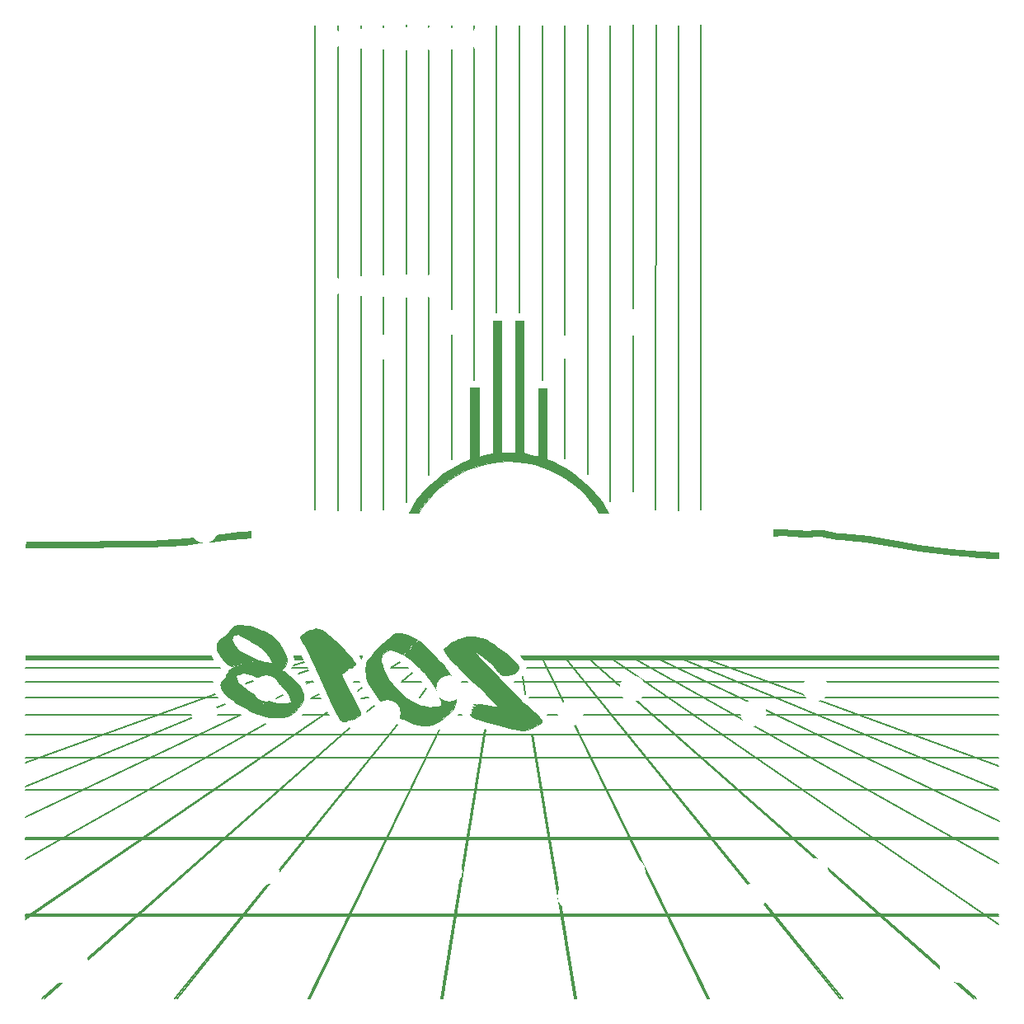
<source format=gbo>
G04 #@! TF.GenerationSoftware,KiCad,Pcbnew,(2017-12-24 revision 570866557)-makepkg*
G04 #@! TF.CreationDate,2018-02-26T21:37:48-07:00*
G04 #@! TF.ProjectId,KeyGridTest1,4B65794772696454657374312E6B6963,rev?*
G04 #@! TF.SameCoordinates,Original*
G04 #@! TF.FileFunction,Legend,Bot*
G04 #@! TF.FilePolarity,Positive*
%FSLAX46Y46*%
G04 Gerber Fmt 4.6, Leading zero omitted, Abs format (unit mm)*
G04 Created by KiCad (PCBNEW (2017-12-24 revision 570866557)-makepkg) date 02/26/18 21:37:48*
%MOMM*%
%LPD*%
G01*
G04 APERTURE LIST*
%ADD10C,0.200000*%
%ADD11C,0.100000*%
%ADD12O,1.600000X2.400000*%
%ADD13C,3.702000*%
%ADD14C,2.686000*%
%ADD15C,4.700000*%
%ADD16R,2.100000X2.100000*%
%ADD17O,2.100000X2.100000*%
%ADD18C,2.398980*%
%ADD19C,2.400000*%
G04 APERTURE END LIST*
D10*
X125650000Y-43950000D02*
X125650000Y-93700000D01*
X128000000Y-93750000D02*
X128000000Y-43950000D01*
X130350000Y-43950000D02*
X130350000Y-93750000D01*
X132650000Y-93700000D02*
X132650000Y-43950000D01*
X135000000Y-43900000D02*
X135000000Y-92900000D01*
X137350000Y-90150000D02*
X137350000Y-43950000D01*
X139650000Y-43950000D02*
X139650000Y-88550000D01*
X142000000Y-80350000D02*
X142000000Y-43950000D01*
X144300000Y-43950000D02*
X144300000Y-73450000D01*
X146650000Y-73450000D02*
X146650000Y-43950000D01*
X149000000Y-43950000D02*
X149000000Y-80350000D01*
X151300000Y-88450000D02*
X151300000Y-43950000D01*
X153650000Y-43900000D02*
X153650000Y-90050000D01*
X155950000Y-92850000D02*
X155950000Y-43950000D01*
X158300000Y-43900000D02*
X158300000Y-93750000D01*
X160650000Y-43900000D02*
X160600000Y-93700000D01*
X162950000Y-93750000D02*
X162950000Y-43950000D01*
X165300000Y-43900000D02*
X165300000Y-93700000D01*
X147400000Y-109950000D02*
X195850000Y-109950000D01*
X195850000Y-114750000D02*
X149550000Y-114750000D01*
X147650000Y-113000000D02*
X195850000Y-113000000D01*
X146100000Y-111400000D02*
X195850000Y-111400000D01*
X147250000Y-112600000D02*
X146950000Y-110800000D01*
X140750000Y-111400000D02*
X141300000Y-111400000D01*
X140350000Y-114750000D02*
X140750000Y-114750000D01*
X133450000Y-109950000D02*
X134400000Y-109300000D01*
X133450000Y-109950000D02*
X135200000Y-109950000D01*
X134500000Y-111400000D02*
X135600000Y-110400000D01*
X134500000Y-111400000D02*
X136550000Y-111400000D01*
X136400000Y-112950000D02*
X137100000Y-112050000D01*
X129600000Y-111400000D02*
X130200000Y-111400000D01*
X130050000Y-112300000D02*
X130500000Y-112000000D01*
X130400000Y-113050000D02*
X131150000Y-113000000D01*
X131000000Y-114400000D02*
X131700000Y-113850000D01*
X124350000Y-114750000D02*
X127050000Y-114750000D01*
X125200000Y-113050000D02*
X126250000Y-113050000D01*
X125200000Y-113050000D02*
X126050000Y-112600000D01*
X124700000Y-111400000D02*
X125500000Y-111400000D01*
X123300000Y-109950000D02*
X124850000Y-109950000D01*
X124750000Y-111550000D02*
X125400000Y-111250000D01*
X123950000Y-110550000D02*
X124950000Y-110150000D01*
X123450000Y-109700000D02*
X124500000Y-109300000D01*
X121650000Y-113050000D02*
X122350000Y-112700000D01*
X118550000Y-111500000D02*
X119250000Y-111250000D01*
X95900000Y-119700000D02*
X115400000Y-112600000D01*
X95950000Y-122100000D02*
X116450000Y-113650000D01*
X95900000Y-125250000D02*
X118050000Y-114750000D01*
X95900000Y-129550000D02*
X120550000Y-115700000D01*
X126900000Y-114500000D02*
X95900000Y-135550000D01*
X95900000Y-135750000D02*
X126900000Y-114500000D01*
X129200000Y-116100000D02*
X97600000Y-143850000D01*
X97900000Y-143850000D02*
X129200000Y-116100000D01*
X134100000Y-115800000D02*
X111250000Y-143850000D01*
X111500000Y-143850000D02*
X134100000Y-115800000D01*
X138400000Y-116300000D02*
X124950000Y-143850000D01*
X125150000Y-143850000D02*
X138400000Y-116300000D01*
X143100000Y-116300000D02*
X138600000Y-143850000D01*
X143150000Y-116300000D02*
X143100000Y-116300000D01*
X138800000Y-143850000D02*
X143150000Y-116300000D01*
X147900000Y-116750000D02*
X152300000Y-143850000D01*
X148000000Y-116750000D02*
X147900000Y-116750000D01*
X152500000Y-143850000D02*
X148000000Y-116750000D01*
X148950000Y-108850000D02*
X165900000Y-143850000D01*
X166100000Y-143850000D02*
X148950000Y-108850000D01*
X151200000Y-108750000D02*
X179550000Y-143900000D01*
X179800000Y-143900000D02*
X151200000Y-108750000D01*
X153550000Y-108800000D02*
X193250000Y-143900000D01*
X193500000Y-143900000D02*
X153550000Y-108800000D01*
X195850000Y-120000000D02*
X165300000Y-108850000D01*
X195850000Y-122450000D02*
X162850000Y-108850000D01*
X195900000Y-125650000D02*
X160650000Y-108900000D01*
X195850000Y-130000000D02*
X158150000Y-108800000D01*
X195850000Y-136250000D02*
X155850000Y-108800000D01*
X95950000Y-135450000D02*
X195850000Y-135450000D01*
X95950000Y-135250000D02*
X95950000Y-135450000D01*
X195850000Y-135250000D02*
X95950000Y-135250000D01*
X95950000Y-127500000D02*
X195850000Y-127500000D01*
X95950000Y-127350000D02*
X95950000Y-127500000D01*
X195850000Y-127400000D02*
X95950000Y-127350000D01*
X95950000Y-122450000D02*
X195850000Y-122450000D01*
X195850000Y-119150000D02*
X95950000Y-119150000D01*
X95950000Y-116750000D02*
X195800000Y-116750000D01*
X95950000Y-114750000D02*
X118050000Y-114750000D01*
X95950000Y-113000000D02*
X115650000Y-113000000D01*
X95950000Y-111400000D02*
X115150000Y-111400000D01*
X95950000Y-109950000D02*
X115900000Y-109950000D01*
D11*
G36*
X118593796Y-105599656D02*
X118891780Y-105649320D01*
X118892929Y-105649497D01*
X119237541Y-105698727D01*
X119631359Y-105846409D01*
X119979811Y-105995746D01*
X120528463Y-106245133D01*
X120825512Y-106393658D01*
X121219932Y-106640170D01*
X121663984Y-107034883D01*
X121910767Y-107331022D01*
X122206735Y-107725647D01*
X122454357Y-108270415D01*
X122652547Y-108716342D01*
X122750000Y-109106155D01*
X122750000Y-109203027D01*
X121227230Y-109298200D01*
X120942875Y-108824275D01*
X120940000Y-108820000D01*
X120640000Y-108420000D01*
X120635355Y-108414645D01*
X120235355Y-108014645D01*
X120231662Y-108011302D01*
X119681662Y-107561302D01*
X119674807Y-107556588D01*
X119324807Y-107356588D01*
X119322361Y-107355279D01*
X119067082Y-107227639D01*
X119094721Y-107172361D01*
X119099874Y-107153544D01*
X119097434Y-107134189D01*
X119087773Y-107117240D01*
X119069696Y-107104043D01*
X118371047Y-106804622D01*
X117975149Y-106606673D01*
X117827735Y-106508397D01*
X117800000Y-106500000D01*
X117600000Y-106500000D01*
X117587873Y-106501493D01*
X117387873Y-106551493D01*
X117372265Y-106558397D01*
X117222265Y-106658397D01*
X117205279Y-106677639D01*
X117155279Y-106777639D01*
X117151493Y-106787873D01*
X117101493Y-106987873D01*
X117102566Y-107015811D01*
X117152566Y-107165811D01*
X117155279Y-107172361D01*
X117355279Y-107572361D01*
X117360000Y-107580000D01*
X117660000Y-107980000D01*
X117664645Y-107985355D01*
X117914645Y-108235355D01*
X117925193Y-108243412D01*
X118275193Y-108443412D01*
X118277639Y-108444721D01*
X119077639Y-108844721D01*
X119080304Y-108845957D01*
X119430304Y-108995957D01*
X119431430Y-108996424D01*
X119681430Y-109096424D01*
X119684189Y-109097434D01*
X119818796Y-109142303D01*
X117106023Y-109797110D01*
X116827551Y-109657874D01*
X116533749Y-109413039D01*
X115988859Y-108868149D01*
X115696406Y-108429470D01*
X115598796Y-108039029D01*
X115550826Y-107799181D01*
X115598084Y-107515635D01*
X115742352Y-107227098D01*
X115936106Y-106984907D01*
X116282309Y-106688161D01*
X116582009Y-106438411D01*
X116585355Y-106435355D01*
X116835355Y-106185355D01*
X116841603Y-106177735D01*
X116938859Y-106031851D01*
X117231851Y-105738859D01*
X117370530Y-105646406D01*
X117756155Y-105550000D01*
X117997924Y-105550000D01*
X118593796Y-105599656D01*
X118593796Y-105599656D01*
G37*
X118593796Y-105599656D02*
X118891780Y-105649320D01*
X118892929Y-105649497D01*
X119237541Y-105698727D01*
X119631359Y-105846409D01*
X119979811Y-105995746D01*
X120528463Y-106245133D01*
X120825512Y-106393658D01*
X121219932Y-106640170D01*
X121663984Y-107034883D01*
X121910767Y-107331022D01*
X122206735Y-107725647D01*
X122454357Y-108270415D01*
X122652547Y-108716342D01*
X122750000Y-109106155D01*
X122750000Y-109203027D01*
X121227230Y-109298200D01*
X120942875Y-108824275D01*
X120940000Y-108820000D01*
X120640000Y-108420000D01*
X120635355Y-108414645D01*
X120235355Y-108014645D01*
X120231662Y-108011302D01*
X119681662Y-107561302D01*
X119674807Y-107556588D01*
X119324807Y-107356588D01*
X119322361Y-107355279D01*
X119067082Y-107227639D01*
X119094721Y-107172361D01*
X119099874Y-107153544D01*
X119097434Y-107134189D01*
X119087773Y-107117240D01*
X119069696Y-107104043D01*
X118371047Y-106804622D01*
X117975149Y-106606673D01*
X117827735Y-106508397D01*
X117800000Y-106500000D01*
X117600000Y-106500000D01*
X117587873Y-106501493D01*
X117387873Y-106551493D01*
X117372265Y-106558397D01*
X117222265Y-106658397D01*
X117205279Y-106677639D01*
X117155279Y-106777639D01*
X117151493Y-106787873D01*
X117101493Y-106987873D01*
X117102566Y-107015811D01*
X117152566Y-107165811D01*
X117155279Y-107172361D01*
X117355279Y-107572361D01*
X117360000Y-107580000D01*
X117660000Y-107980000D01*
X117664645Y-107985355D01*
X117914645Y-108235355D01*
X117925193Y-108243412D01*
X118275193Y-108443412D01*
X118277639Y-108444721D01*
X119077639Y-108844721D01*
X119080304Y-108845957D01*
X119430304Y-108995957D01*
X119431430Y-108996424D01*
X119681430Y-109096424D01*
X119684189Y-109097434D01*
X119818796Y-109142303D01*
X117106023Y-109797110D01*
X116827551Y-109657874D01*
X116533749Y-109413039D01*
X115988859Y-108868149D01*
X115696406Y-108429470D01*
X115598796Y-108039029D01*
X115550826Y-107799181D01*
X115598084Y-107515635D01*
X115742352Y-107227098D01*
X115936106Y-106984907D01*
X116282309Y-106688161D01*
X116582009Y-106438411D01*
X116585355Y-106435355D01*
X116835355Y-106185355D01*
X116841603Y-106177735D01*
X116938859Y-106031851D01*
X117231851Y-105738859D01*
X117370530Y-105646406D01*
X117756155Y-105550000D01*
X117997924Y-105550000D01*
X118593796Y-105599656D01*
G36*
X120186264Y-109248076D02*
X120190194Y-109249029D01*
X120440194Y-109299029D01*
X120441780Y-109299320D01*
X120740994Y-109349189D01*
X120990194Y-109399029D01*
X121000000Y-109400000D01*
X121200000Y-109400000D01*
X121204667Y-109399782D01*
X122750000Y-109254907D01*
X122750000Y-109290370D01*
X122654346Y-109529505D01*
X122556141Y-109725915D01*
X122410290Y-109969000D01*
X122264645Y-110114645D01*
X122253806Y-110130866D01*
X122250000Y-110150000D01*
X122253806Y-110169134D01*
X122264645Y-110185355D01*
X122364645Y-110285355D01*
X122377639Y-110294721D01*
X122572902Y-110392352D01*
X122818375Y-110588731D01*
X123416251Y-111086961D01*
X123812685Y-111483395D01*
X124010465Y-111730620D01*
X124157296Y-111926394D01*
X124304346Y-112220495D01*
X124402317Y-112465422D01*
X124450000Y-112656155D01*
X124450000Y-113143845D01*
X124402824Y-113332549D01*
X124306141Y-113525915D01*
X124160290Y-113769000D01*
X123814645Y-114114645D01*
X123803806Y-114130866D01*
X123800000Y-114150000D01*
X123800000Y-114229290D01*
X123717160Y-114312130D01*
X123321116Y-114609163D01*
X123027834Y-114804684D01*
X122736636Y-114901750D01*
X122291793Y-115000604D01*
X121847232Y-115050000D01*
X121403114Y-115050000D01*
X121008539Y-115000678D01*
X120562621Y-114901585D01*
X120064367Y-114752109D01*
X120063736Y-114751924D01*
X119445442Y-114575268D01*
X120761418Y-113259292D01*
X121080304Y-113395957D01*
X121092929Y-113399497D01*
X121439546Y-113449014D01*
X121786264Y-113548076D01*
X121795848Y-113549827D01*
X122395848Y-113599827D01*
X122400000Y-113600000D01*
X122750000Y-113600000D01*
X122765811Y-113597434D01*
X123065811Y-113497434D01*
X123082760Y-113487773D01*
X123094721Y-113472361D01*
X123144721Y-113372361D01*
X123149874Y-113353544D01*
X123148507Y-113337873D01*
X123098796Y-113139029D01*
X123049029Y-112890194D01*
X123042875Y-112874275D01*
X122892875Y-112624275D01*
X122891603Y-112622265D01*
X122691603Y-112322265D01*
X122688411Y-112317991D01*
X122438411Y-112017991D01*
X122435355Y-112014645D01*
X122085355Y-111664645D01*
X122080000Y-111660000D01*
X121880000Y-111510000D01*
X121877735Y-111508397D01*
X121579953Y-111309876D01*
X121282009Y-111061589D01*
X121268570Y-111053576D01*
X121028097Y-110957387D01*
X120985355Y-110914645D01*
X120969134Y-110903806D01*
X120950000Y-110900000D01*
X120937873Y-110901493D01*
X120739029Y-110951204D01*
X120500000Y-110999010D01*
X120009806Y-110900971D01*
X120007071Y-110900503D01*
X119662459Y-110851273D01*
X119267556Y-110703184D01*
X119265811Y-110702566D01*
X118366327Y-110402738D01*
X117672106Y-110154802D01*
X117222201Y-109868499D01*
X119849687Y-109151911D01*
X120186264Y-109248076D01*
X120186264Y-109248076D01*
G37*
X120186264Y-109248076D02*
X120190194Y-109249029D01*
X120440194Y-109299029D01*
X120441780Y-109299320D01*
X120740994Y-109349189D01*
X120990194Y-109399029D01*
X121000000Y-109400000D01*
X121200000Y-109400000D01*
X121204667Y-109399782D01*
X122750000Y-109254907D01*
X122750000Y-109290370D01*
X122654346Y-109529505D01*
X122556141Y-109725915D01*
X122410290Y-109969000D01*
X122264645Y-110114645D01*
X122253806Y-110130866D01*
X122250000Y-110150000D01*
X122253806Y-110169134D01*
X122264645Y-110185355D01*
X122364645Y-110285355D01*
X122377639Y-110294721D01*
X122572902Y-110392352D01*
X122818375Y-110588731D01*
X123416251Y-111086961D01*
X123812685Y-111483395D01*
X124010465Y-111730620D01*
X124157296Y-111926394D01*
X124304346Y-112220495D01*
X124402317Y-112465422D01*
X124450000Y-112656155D01*
X124450000Y-113143845D01*
X124402824Y-113332549D01*
X124306141Y-113525915D01*
X124160290Y-113769000D01*
X123814645Y-114114645D01*
X123803806Y-114130866D01*
X123800000Y-114150000D01*
X123800000Y-114229290D01*
X123717160Y-114312130D01*
X123321116Y-114609163D01*
X123027834Y-114804684D01*
X122736636Y-114901750D01*
X122291793Y-115000604D01*
X121847232Y-115050000D01*
X121403114Y-115050000D01*
X121008539Y-115000678D01*
X120562621Y-114901585D01*
X120064367Y-114752109D01*
X120063736Y-114751924D01*
X119445442Y-114575268D01*
X120761418Y-113259292D01*
X121080304Y-113395957D01*
X121092929Y-113399497D01*
X121439546Y-113449014D01*
X121786264Y-113548076D01*
X121795848Y-113549827D01*
X122395848Y-113599827D01*
X122400000Y-113600000D01*
X122750000Y-113600000D01*
X122765811Y-113597434D01*
X123065811Y-113497434D01*
X123082760Y-113487773D01*
X123094721Y-113472361D01*
X123144721Y-113372361D01*
X123149874Y-113353544D01*
X123148507Y-113337873D01*
X123098796Y-113139029D01*
X123049029Y-112890194D01*
X123042875Y-112874275D01*
X122892875Y-112624275D01*
X122891603Y-112622265D01*
X122691603Y-112322265D01*
X122688411Y-112317991D01*
X122438411Y-112017991D01*
X122435355Y-112014645D01*
X122085355Y-111664645D01*
X122080000Y-111660000D01*
X121880000Y-111510000D01*
X121877735Y-111508397D01*
X121579953Y-111309876D01*
X121282009Y-111061589D01*
X121268570Y-111053576D01*
X121028097Y-110957387D01*
X120985355Y-110914645D01*
X120969134Y-110903806D01*
X120950000Y-110900000D01*
X120937873Y-110901493D01*
X120739029Y-110951204D01*
X120500000Y-110999010D01*
X120009806Y-110900971D01*
X120007071Y-110900503D01*
X119662459Y-110851273D01*
X119267556Y-110703184D01*
X119265811Y-110702566D01*
X118366327Y-110402738D01*
X117672106Y-110154802D01*
X117222201Y-109868499D01*
X119849687Y-109151911D01*
X120186264Y-109248076D01*
G36*
X118228052Y-110444927D02*
X118083800Y-110502628D01*
X117736264Y-110601924D01*
X117714645Y-110614645D01*
X117514645Y-110814645D01*
X117503806Y-110830866D01*
X117500000Y-110850000D01*
X117501493Y-110862127D01*
X117551493Y-111062127D01*
X117553576Y-111068570D01*
X117653576Y-111318570D01*
X117660000Y-111330000D01*
X117810000Y-111530000D01*
X117818765Y-111539043D01*
X118068765Y-111739043D01*
X118077639Y-111744721D01*
X118272902Y-111842352D01*
X118516605Y-112037315D01*
X118664645Y-112185355D01*
X118670938Y-112190687D01*
X119020938Y-112440687D01*
X119027639Y-112444721D01*
X119325915Y-112593859D01*
X119574275Y-112742875D01*
X119575193Y-112743412D01*
X119925193Y-112943412D01*
X119927639Y-112944721D01*
X120227639Y-113094721D01*
X120234189Y-113097434D01*
X120530817Y-113196310D01*
X120670361Y-113266082D01*
X119535333Y-114590281D01*
X119072290Y-114405064D01*
X118575725Y-114107125D01*
X118572361Y-114105279D01*
X118174488Y-113906343D01*
X117776500Y-113657600D01*
X117774807Y-113656588D01*
X117430619Y-113459909D01*
X117235355Y-113264645D01*
X117224807Y-113256588D01*
X116880619Y-113059909D01*
X116685355Y-112864645D01*
X116677735Y-112858397D01*
X116385360Y-112663480D01*
X116140687Y-112320938D01*
X116139043Y-112318765D01*
X115950000Y-112082461D01*
X115950000Y-111900000D01*
X115949029Y-111890194D01*
X115901633Y-111653214D01*
X115947434Y-111515811D01*
X115950000Y-111500000D01*
X115950000Y-111411803D01*
X115980902Y-111350000D01*
X116000000Y-111350000D01*
X116019134Y-111346194D01*
X116035355Y-111335355D01*
X116385355Y-110985355D01*
X116391603Y-110977735D01*
X116491603Y-110827735D01*
X116497434Y-110815811D01*
X116596310Y-110519183D01*
X116637268Y-110437268D01*
X116722361Y-110394721D01*
X116737773Y-110382760D01*
X116749029Y-110359806D01*
X116793339Y-110138258D01*
X116915811Y-110097434D01*
X116935355Y-110085355D01*
X117120710Y-109900000D01*
X117138197Y-109900000D01*
X118228052Y-110444927D01*
X118228052Y-110444927D01*
G37*
X118228052Y-110444927D02*
X118083800Y-110502628D01*
X117736264Y-110601924D01*
X117714645Y-110614645D01*
X117514645Y-110814645D01*
X117503806Y-110830866D01*
X117500000Y-110850000D01*
X117501493Y-110862127D01*
X117551493Y-111062127D01*
X117553576Y-111068570D01*
X117653576Y-111318570D01*
X117660000Y-111330000D01*
X117810000Y-111530000D01*
X117818765Y-111539043D01*
X118068765Y-111739043D01*
X118077639Y-111744721D01*
X118272902Y-111842352D01*
X118516605Y-112037315D01*
X118664645Y-112185355D01*
X118670938Y-112190687D01*
X119020938Y-112440687D01*
X119027639Y-112444721D01*
X119325915Y-112593859D01*
X119574275Y-112742875D01*
X119575193Y-112743412D01*
X119925193Y-112943412D01*
X119927639Y-112944721D01*
X120227639Y-113094721D01*
X120234189Y-113097434D01*
X120530817Y-113196310D01*
X120670361Y-113266082D01*
X119535333Y-114590281D01*
X119072290Y-114405064D01*
X118575725Y-114107125D01*
X118572361Y-114105279D01*
X118174488Y-113906343D01*
X117776500Y-113657600D01*
X117774807Y-113656588D01*
X117430619Y-113459909D01*
X117235355Y-113264645D01*
X117224807Y-113256588D01*
X116880619Y-113059909D01*
X116685355Y-112864645D01*
X116677735Y-112858397D01*
X116385360Y-112663480D01*
X116140687Y-112320938D01*
X116139043Y-112318765D01*
X115950000Y-112082461D01*
X115950000Y-111900000D01*
X115949029Y-111890194D01*
X115901633Y-111653214D01*
X115947434Y-111515811D01*
X115950000Y-111500000D01*
X115950000Y-111411803D01*
X115980902Y-111350000D01*
X116000000Y-111350000D01*
X116019134Y-111346194D01*
X116035355Y-111335355D01*
X116385355Y-110985355D01*
X116391603Y-110977735D01*
X116491603Y-110827735D01*
X116497434Y-110815811D01*
X116596310Y-110519183D01*
X116637268Y-110437268D01*
X116722361Y-110394721D01*
X116737773Y-110382760D01*
X116749029Y-110359806D01*
X116793339Y-110138258D01*
X116915811Y-110097434D01*
X116935355Y-110085355D01*
X117120710Y-109900000D01*
X117138197Y-109900000D01*
X118228052Y-110444927D01*
G36*
X125937873Y-105948507D02*
X125940194Y-105949029D01*
X126433629Y-106047716D01*
X126522449Y-106092126D01*
X126816251Y-106336961D01*
X127114645Y-106635355D01*
X127120000Y-106640000D01*
X127317160Y-106787870D01*
X127614645Y-107085355D01*
X127617460Y-107087963D01*
X127966011Y-107386721D01*
X129062130Y-108482840D01*
X129210000Y-108680000D01*
X129214645Y-108685355D01*
X129358907Y-108829617D01*
X129455279Y-109022361D01*
X129460000Y-109030000D01*
X129609163Y-109228884D01*
X129704684Y-109372166D01*
X129752566Y-109515811D01*
X129755279Y-109522361D01*
X129789162Y-109590128D01*
X129770383Y-109608907D01*
X129577639Y-109705279D01*
X129562227Y-109717240D01*
X129552566Y-109734189D01*
X129550000Y-109750000D01*
X129550000Y-109788197D01*
X129512732Y-109862732D01*
X129438197Y-109900000D01*
X129300000Y-109900000D01*
X129284189Y-109902566D01*
X129134189Y-109952566D01*
X129127639Y-109955279D01*
X129027639Y-110005279D01*
X129014645Y-110014645D01*
X128964645Y-110064645D01*
X128955279Y-110077639D01*
X128908907Y-110170383D01*
X128870383Y-110208907D01*
X128677639Y-110305279D01*
X128662227Y-110317240D01*
X128652566Y-110334189D01*
X128650000Y-110350000D01*
X128650000Y-110388197D01*
X128619099Y-110450000D01*
X128500000Y-110450000D01*
X128477639Y-110455279D01*
X128377639Y-110505279D01*
X128362227Y-110517240D01*
X128352566Y-110534189D01*
X128350126Y-110553544D01*
X128353576Y-110568570D01*
X128453576Y-110818570D01*
X128455279Y-110822361D01*
X129355279Y-112622361D01*
X129355811Y-112623394D01*
X129805532Y-113472867D01*
X130054346Y-113970495D01*
X130253034Y-114467215D01*
X130300000Y-114608113D01*
X130300000Y-114729290D01*
X130270383Y-114758907D01*
X130177639Y-114805279D01*
X130164645Y-114814645D01*
X130017160Y-114962130D01*
X129821116Y-115109163D01*
X129706370Y-115185660D01*
X129685355Y-115164645D01*
X129672361Y-115155279D01*
X129572361Y-115105279D01*
X129553544Y-115100126D01*
X129534189Y-115102566D01*
X129517240Y-115112227D01*
X129505279Y-115127639D01*
X129500000Y-115150000D01*
X129500000Y-115191887D01*
X129463962Y-115300000D01*
X129420710Y-115300000D01*
X129335355Y-115214645D01*
X129319134Y-115203806D01*
X129300000Y-115200000D01*
X129280866Y-115203806D01*
X129264645Y-115214645D01*
X129253806Y-115230866D01*
X129250000Y-115250000D01*
X129250000Y-115300000D01*
X129161803Y-115300000D01*
X129072361Y-115255279D01*
X129053544Y-115250126D01*
X129027639Y-115255279D01*
X128927639Y-115305279D01*
X128908397Y-115322265D01*
X128823240Y-115450000D01*
X128656155Y-115450000D01*
X128470530Y-115403594D01*
X128327735Y-115308397D01*
X128315811Y-115302566D01*
X128177009Y-115256299D01*
X128141921Y-115221211D01*
X127945691Y-114779693D01*
X127944721Y-114777639D01*
X127594993Y-114078183D01*
X127195533Y-113229331D01*
X126845808Y-112429959D01*
X126845309Y-112428856D01*
X125795309Y-110178856D01*
X125795076Y-110178363D01*
X125195028Y-108928263D01*
X124495028Y-107478263D01*
X124493895Y-107476057D01*
X124194315Y-106926827D01*
X124150000Y-106838197D01*
X124150000Y-106711803D01*
X124189810Y-106632183D01*
X124427098Y-106442352D01*
X124822361Y-106244721D01*
X124827735Y-106241603D01*
X125118806Y-106047556D01*
X125408220Y-105999320D01*
X125413736Y-105998076D01*
X125750862Y-105901754D01*
X125937873Y-105948507D01*
X125937873Y-105948507D01*
G37*
X125937873Y-105948507D02*
X125940194Y-105949029D01*
X126433629Y-106047716D01*
X126522449Y-106092126D01*
X126816251Y-106336961D01*
X127114645Y-106635355D01*
X127120000Y-106640000D01*
X127317160Y-106787870D01*
X127614645Y-107085355D01*
X127617460Y-107087963D01*
X127966011Y-107386721D01*
X129062130Y-108482840D01*
X129210000Y-108680000D01*
X129214645Y-108685355D01*
X129358907Y-108829617D01*
X129455279Y-109022361D01*
X129460000Y-109030000D01*
X129609163Y-109228884D01*
X129704684Y-109372166D01*
X129752566Y-109515811D01*
X129755279Y-109522361D01*
X129789162Y-109590128D01*
X129770383Y-109608907D01*
X129577639Y-109705279D01*
X129562227Y-109717240D01*
X129552566Y-109734189D01*
X129550000Y-109750000D01*
X129550000Y-109788197D01*
X129512732Y-109862732D01*
X129438197Y-109900000D01*
X129300000Y-109900000D01*
X129284189Y-109902566D01*
X129134189Y-109952566D01*
X129127639Y-109955279D01*
X129027639Y-110005279D01*
X129014645Y-110014645D01*
X128964645Y-110064645D01*
X128955279Y-110077639D01*
X128908907Y-110170383D01*
X128870383Y-110208907D01*
X128677639Y-110305279D01*
X128662227Y-110317240D01*
X128652566Y-110334189D01*
X128650000Y-110350000D01*
X128650000Y-110388197D01*
X128619099Y-110450000D01*
X128500000Y-110450000D01*
X128477639Y-110455279D01*
X128377639Y-110505279D01*
X128362227Y-110517240D01*
X128352566Y-110534189D01*
X128350126Y-110553544D01*
X128353576Y-110568570D01*
X128453576Y-110818570D01*
X128455279Y-110822361D01*
X129355279Y-112622361D01*
X129355811Y-112623394D01*
X129805532Y-113472867D01*
X130054346Y-113970495D01*
X130253034Y-114467215D01*
X130300000Y-114608113D01*
X130300000Y-114729290D01*
X130270383Y-114758907D01*
X130177639Y-114805279D01*
X130164645Y-114814645D01*
X130017160Y-114962130D01*
X129821116Y-115109163D01*
X129706370Y-115185660D01*
X129685355Y-115164645D01*
X129672361Y-115155279D01*
X129572361Y-115105279D01*
X129553544Y-115100126D01*
X129534189Y-115102566D01*
X129517240Y-115112227D01*
X129505279Y-115127639D01*
X129500000Y-115150000D01*
X129500000Y-115191887D01*
X129463962Y-115300000D01*
X129420710Y-115300000D01*
X129335355Y-115214645D01*
X129319134Y-115203806D01*
X129300000Y-115200000D01*
X129280866Y-115203806D01*
X129264645Y-115214645D01*
X129253806Y-115230866D01*
X129250000Y-115250000D01*
X129250000Y-115300000D01*
X129161803Y-115300000D01*
X129072361Y-115255279D01*
X129053544Y-115250126D01*
X129027639Y-115255279D01*
X128927639Y-115305279D01*
X128908397Y-115322265D01*
X128823240Y-115450000D01*
X128656155Y-115450000D01*
X128470530Y-115403594D01*
X128327735Y-115308397D01*
X128315811Y-115302566D01*
X128177009Y-115256299D01*
X128141921Y-115221211D01*
X127945691Y-114779693D01*
X127944721Y-114777639D01*
X127594993Y-114078183D01*
X127195533Y-113229331D01*
X126845808Y-112429959D01*
X126845309Y-112428856D01*
X125795309Y-110178856D01*
X125795076Y-110178363D01*
X125195028Y-108928263D01*
X124495028Y-107478263D01*
X124493895Y-107476057D01*
X124194315Y-106926827D01*
X124150000Y-106838197D01*
X124150000Y-106711803D01*
X124189810Y-106632183D01*
X124427098Y-106442352D01*
X124822361Y-106244721D01*
X124827735Y-106241603D01*
X125118806Y-106047556D01*
X125408220Y-105999320D01*
X125413736Y-105998076D01*
X125750862Y-105901754D01*
X125937873Y-105948507D01*
G36*
X134337873Y-106398507D02*
X134350000Y-106400000D01*
X134545049Y-106400000D01*
X134787144Y-106448419D01*
X135082785Y-106546966D01*
X135329505Y-106645654D01*
X135627639Y-106794721D01*
X135631430Y-106796424D01*
X135878210Y-106895136D01*
X136170216Y-107061997D01*
X134741123Y-108586364D01*
X134525725Y-108457125D01*
X134522361Y-108455279D01*
X134222361Y-108305279D01*
X134215811Y-108302566D01*
X133915811Y-108202566D01*
X133912127Y-108201493D01*
X133717451Y-108152824D01*
X133522361Y-108055279D01*
X133500000Y-108050000D01*
X133350000Y-108050000D01*
X133327639Y-108055279D01*
X132927639Y-108255279D01*
X132920000Y-108260000D01*
X132720000Y-108410000D01*
X132714645Y-108414645D01*
X132514645Y-108614645D01*
X132501493Y-108637873D01*
X132401493Y-109037873D01*
X132400971Y-109059806D01*
X132450971Y-109309806D01*
X132451493Y-109312127D01*
X132551493Y-109712127D01*
X132555279Y-109722361D01*
X132704107Y-110020016D01*
X132853184Y-110417556D01*
X132854043Y-110419696D01*
X133004043Y-110769696D01*
X133007125Y-110775725D01*
X133156141Y-111024085D01*
X133205279Y-111122361D01*
X133211831Y-111132297D01*
X133761699Y-111782141D01*
X134011589Y-112082009D01*
X134014645Y-112085355D01*
X134414645Y-112485355D01*
X134416552Y-112487165D01*
X134916552Y-112937165D01*
X134922265Y-112941603D01*
X135372265Y-113241603D01*
X135373500Y-113242400D01*
X135773500Y-113492400D01*
X135780304Y-113495957D01*
X136480304Y-113795957D01*
X136490194Y-113799029D01*
X136739029Y-113848796D01*
X137137873Y-113948507D01*
X137141780Y-113949320D01*
X137441780Y-113999320D01*
X137456202Y-113999614D01*
X137853114Y-113950000D01*
X138050000Y-113950000D01*
X138059806Y-113949029D01*
X138309806Y-113899029D01*
X138315811Y-113897434D01*
X138465811Y-113847434D01*
X138472361Y-113844721D01*
X138572361Y-113794721D01*
X138587773Y-113782760D01*
X138597434Y-113765811D01*
X138600000Y-113750000D01*
X138600000Y-113650000D01*
X138599320Y-113641780D01*
X138550000Y-113345860D01*
X138550000Y-113250000D01*
X138547434Y-113234189D01*
X138447434Y-112934189D01*
X138441603Y-112922265D01*
X138345316Y-112777834D01*
X138247434Y-112484189D01*
X138244721Y-112477639D01*
X138094721Y-112177639D01*
X138091603Y-112172265D01*
X137892263Y-111873255D01*
X137743859Y-111625915D01*
X137644721Y-111427639D01*
X137638411Y-111417991D01*
X137388411Y-111117991D01*
X137387629Y-111117075D01*
X137040575Y-110720442D01*
X136892875Y-110474275D01*
X136881235Y-110460957D01*
X136635178Y-110264111D01*
X136388411Y-109967991D01*
X136385355Y-109964645D01*
X136085355Y-109664645D01*
X136082540Y-109662037D01*
X135733989Y-109363279D01*
X135485355Y-109114645D01*
X135479062Y-109109313D01*
X135129524Y-108859643D01*
X134930000Y-108710000D01*
X134927735Y-108708397D01*
X134826845Y-108641137D01*
X136259473Y-107113001D01*
X136569381Y-107290091D01*
X137413606Y-108134316D01*
X137812630Y-108583218D01*
X137814645Y-108585355D01*
X138363708Y-109134418D01*
X138809914Y-109630203D01*
X139057600Y-110026500D01*
X139060000Y-110030000D01*
X139507296Y-110626394D01*
X139654622Y-110921047D01*
X139954043Y-111619696D01*
X139955279Y-111622361D01*
X140200835Y-112113473D01*
X140249308Y-112792099D01*
X140153576Y-113031430D01*
X140150000Y-113050000D01*
X140150000Y-113338197D01*
X140005279Y-113627639D01*
X140000971Y-113640194D01*
X139952562Y-113882238D01*
X139759909Y-114219381D01*
X138967423Y-115011867D01*
X138423935Y-115407131D01*
X138129505Y-115554346D01*
X137635691Y-115751872D01*
X137145049Y-115850000D01*
X136752495Y-115850000D01*
X136257407Y-115800491D01*
X135764910Y-115701992D01*
X135421047Y-115554622D01*
X134922361Y-115305279D01*
X134917087Y-115303010D01*
X134374355Y-115105653D01*
X133731401Y-114611073D01*
X133083883Y-114063173D01*
X132238059Y-113217349D01*
X131691420Y-112471932D01*
X131194767Y-111677287D01*
X130996966Y-111182785D01*
X130898859Y-110888465D01*
X130849564Y-110543398D01*
X130800260Y-110148962D01*
X130849251Y-109561062D01*
X130993013Y-109177697D01*
X131235355Y-108935355D01*
X131238411Y-108932009D01*
X131488411Y-108632009D01*
X131489468Y-108630697D01*
X131838368Y-108182112D01*
X132284997Y-107685857D01*
X132627868Y-107391967D01*
X132822361Y-107294721D01*
X132835355Y-107285355D01*
X133120710Y-107000000D01*
X133200000Y-107000000D01*
X133219134Y-106996194D01*
X133239043Y-106981235D01*
X133437315Y-106733395D01*
X133678097Y-106492613D01*
X133914309Y-106398128D01*
X134148781Y-106351234D01*
X134337873Y-106398507D01*
X134337873Y-106398507D01*
G37*
X134337873Y-106398507D02*
X134350000Y-106400000D01*
X134545049Y-106400000D01*
X134787144Y-106448419D01*
X135082785Y-106546966D01*
X135329505Y-106645654D01*
X135627639Y-106794721D01*
X135631430Y-106796424D01*
X135878210Y-106895136D01*
X136170216Y-107061997D01*
X134741123Y-108586364D01*
X134525725Y-108457125D01*
X134522361Y-108455279D01*
X134222361Y-108305279D01*
X134215811Y-108302566D01*
X133915811Y-108202566D01*
X133912127Y-108201493D01*
X133717451Y-108152824D01*
X133522361Y-108055279D01*
X133500000Y-108050000D01*
X133350000Y-108050000D01*
X133327639Y-108055279D01*
X132927639Y-108255279D01*
X132920000Y-108260000D01*
X132720000Y-108410000D01*
X132714645Y-108414645D01*
X132514645Y-108614645D01*
X132501493Y-108637873D01*
X132401493Y-109037873D01*
X132400971Y-109059806D01*
X132450971Y-109309806D01*
X132451493Y-109312127D01*
X132551493Y-109712127D01*
X132555279Y-109722361D01*
X132704107Y-110020016D01*
X132853184Y-110417556D01*
X132854043Y-110419696D01*
X133004043Y-110769696D01*
X133007125Y-110775725D01*
X133156141Y-111024085D01*
X133205279Y-111122361D01*
X133211831Y-111132297D01*
X133761699Y-111782141D01*
X134011589Y-112082009D01*
X134014645Y-112085355D01*
X134414645Y-112485355D01*
X134416552Y-112487165D01*
X134916552Y-112937165D01*
X134922265Y-112941603D01*
X135372265Y-113241603D01*
X135373500Y-113242400D01*
X135773500Y-113492400D01*
X135780304Y-113495957D01*
X136480304Y-113795957D01*
X136490194Y-113799029D01*
X136739029Y-113848796D01*
X137137873Y-113948507D01*
X137141780Y-113949320D01*
X137441780Y-113999320D01*
X137456202Y-113999614D01*
X137853114Y-113950000D01*
X138050000Y-113950000D01*
X138059806Y-113949029D01*
X138309806Y-113899029D01*
X138315811Y-113897434D01*
X138465811Y-113847434D01*
X138472361Y-113844721D01*
X138572361Y-113794721D01*
X138587773Y-113782760D01*
X138597434Y-113765811D01*
X138600000Y-113750000D01*
X138600000Y-113650000D01*
X138599320Y-113641780D01*
X138550000Y-113345860D01*
X138550000Y-113250000D01*
X138547434Y-113234189D01*
X138447434Y-112934189D01*
X138441603Y-112922265D01*
X138345316Y-112777834D01*
X138247434Y-112484189D01*
X138244721Y-112477639D01*
X138094721Y-112177639D01*
X138091603Y-112172265D01*
X137892263Y-111873255D01*
X137743859Y-111625915D01*
X137644721Y-111427639D01*
X137638411Y-111417991D01*
X137388411Y-111117991D01*
X137387629Y-111117075D01*
X137040575Y-110720442D01*
X136892875Y-110474275D01*
X136881235Y-110460957D01*
X136635178Y-110264111D01*
X136388411Y-109967991D01*
X136385355Y-109964645D01*
X136085355Y-109664645D01*
X136082540Y-109662037D01*
X135733989Y-109363279D01*
X135485355Y-109114645D01*
X135479062Y-109109313D01*
X135129524Y-108859643D01*
X134930000Y-108710000D01*
X134927735Y-108708397D01*
X134826845Y-108641137D01*
X136259473Y-107113001D01*
X136569381Y-107290091D01*
X137413606Y-108134316D01*
X137812630Y-108583218D01*
X137814645Y-108585355D01*
X138363708Y-109134418D01*
X138809914Y-109630203D01*
X139057600Y-110026500D01*
X139060000Y-110030000D01*
X139507296Y-110626394D01*
X139654622Y-110921047D01*
X139954043Y-111619696D01*
X139955279Y-111622361D01*
X140200835Y-112113473D01*
X140249308Y-112792099D01*
X140153576Y-113031430D01*
X140150000Y-113050000D01*
X140150000Y-113338197D01*
X140005279Y-113627639D01*
X140000971Y-113640194D01*
X139952562Y-113882238D01*
X139759909Y-114219381D01*
X138967423Y-115011867D01*
X138423935Y-115407131D01*
X138129505Y-115554346D01*
X137635691Y-115751872D01*
X137145049Y-115850000D01*
X136752495Y-115850000D01*
X136257407Y-115800491D01*
X135764910Y-115701992D01*
X135421047Y-115554622D01*
X134922361Y-115305279D01*
X134917087Y-115303010D01*
X134374355Y-115105653D01*
X133731401Y-114611073D01*
X133083883Y-114063173D01*
X132238059Y-113217349D01*
X131691420Y-112471932D01*
X131194767Y-111677287D01*
X130996966Y-111182785D01*
X130898859Y-110888465D01*
X130849564Y-110543398D01*
X130800260Y-110148962D01*
X130849251Y-109561062D01*
X130993013Y-109177697D01*
X131235355Y-108935355D01*
X131238411Y-108932009D01*
X131488411Y-108632009D01*
X131489468Y-108630697D01*
X131838368Y-108182112D01*
X132284997Y-107685857D01*
X132627868Y-107391967D01*
X132822361Y-107294721D01*
X132835355Y-107285355D01*
X133120710Y-107000000D01*
X133200000Y-107000000D01*
X133219134Y-106996194D01*
X133239043Y-106981235D01*
X133437315Y-106733395D01*
X133678097Y-106492613D01*
X133914309Y-106398128D01*
X134148781Y-106351234D01*
X134337873Y-106398507D01*
G36*
X142043421Y-106749577D02*
X142688968Y-106848891D01*
X143178477Y-106995744D01*
X143622265Y-107291603D01*
X143627639Y-107294721D01*
X144022132Y-107491967D01*
X144367460Y-107787963D01*
X144374275Y-107792875D01*
X144621687Y-107941322D01*
X145069303Y-108289468D01*
X145070000Y-108290000D01*
X145467160Y-108587870D01*
X145764645Y-108885355D01*
X145767075Y-108887629D01*
X146164111Y-109235036D01*
X146411589Y-109532009D01*
X146414645Y-109535355D01*
X146504852Y-109625562D01*
X146550000Y-109806155D01*
X146550000Y-109943845D01*
X146503594Y-110129470D01*
X146415762Y-110261218D01*
X146327639Y-110305279D01*
X146314645Y-110314645D01*
X146172992Y-110456299D01*
X146034189Y-110502566D01*
X146031430Y-110503576D01*
X145787408Y-110601185D01*
X145394118Y-110650346D01*
X144955393Y-110699093D01*
X144679819Y-110607235D01*
X144489043Y-110368765D01*
X144485355Y-110364645D01*
X144387315Y-110266605D01*
X144189043Y-110018765D01*
X144185355Y-110014645D01*
X143886961Y-109716251D01*
X143638411Y-109417991D01*
X143632925Y-109412371D01*
X143232925Y-109062371D01*
X143230000Y-109060000D01*
X142830620Y-108760465D01*
X142581235Y-108560957D01*
X142574807Y-108556588D01*
X142224807Y-108356588D01*
X142206306Y-108350399D01*
X142186844Y-108351762D01*
X142169386Y-108360468D01*
X142156588Y-108375193D01*
X142150399Y-108393694D01*
X142151762Y-108413156D01*
X142162630Y-108433218D01*
X142562630Y-108883218D01*
X142563360Y-108884023D01*
X143213360Y-109584023D01*
X143214645Y-109585355D01*
X144163868Y-110534578D01*
X144713142Y-111133786D01*
X144714645Y-111135355D01*
X145364152Y-111784862D01*
X146263702Y-112734387D01*
X146264645Y-112735355D01*
X147064645Y-113535355D01*
X147070000Y-113540000D01*
X147268692Y-113689019D01*
X147617299Y-113987825D01*
X148016971Y-114337538D01*
X148464241Y-114735111D01*
X148762037Y-115082540D01*
X148764645Y-115085355D01*
X148950000Y-115270710D01*
X148950000Y-115343845D01*
X148904852Y-115524438D01*
X148818149Y-115611141D01*
X148674851Y-115706673D01*
X147879984Y-116104106D01*
X147485731Y-116251952D01*
X147044513Y-116350000D01*
X146804140Y-116350000D01*
X146508526Y-116300731D01*
X145959723Y-116200949D01*
X145262725Y-116051592D01*
X144464914Y-115802276D01*
X144462883Y-115801688D01*
X143712883Y-115601688D01*
X143712127Y-115601493D01*
X143114886Y-115452183D01*
X142317556Y-115153184D01*
X142313736Y-115151924D01*
X141968204Y-115053201D01*
X141700000Y-114919099D01*
X141700000Y-114900000D01*
X141696194Y-114880866D01*
X141685355Y-114864645D01*
X141550000Y-114729290D01*
X141550000Y-114720710D01*
X141570710Y-114700000D01*
X141700000Y-114700000D01*
X141719134Y-114696194D01*
X141735355Y-114685355D01*
X141746194Y-114669134D01*
X141750000Y-114650000D01*
X141750000Y-114380902D01*
X141822361Y-114344721D01*
X141837773Y-114332760D01*
X141847434Y-114315811D01*
X141849874Y-114296456D01*
X141844721Y-114277639D01*
X141832760Y-114262227D01*
X141822361Y-114255279D01*
X141750000Y-114219099D01*
X141750000Y-114150000D01*
X141800000Y-114150000D01*
X141812127Y-114148507D01*
X142012127Y-114098507D01*
X142029767Y-114090174D01*
X142042875Y-114075725D01*
X142049455Y-114057359D01*
X142048507Y-114037873D01*
X142040174Y-114020233D01*
X142025725Y-114007125D01*
X142015811Y-114002566D01*
X141865811Y-113952566D01*
X141850000Y-113950000D01*
X141820710Y-113950000D01*
X141810838Y-113940128D01*
X141830902Y-113900000D01*
X141841887Y-113900000D01*
X141984189Y-113947434D01*
X142003544Y-113949874D01*
X142022361Y-113944721D01*
X142035355Y-113935355D01*
X142135355Y-113835355D01*
X142146194Y-113819134D01*
X142150000Y-113800000D01*
X142146194Y-113780866D01*
X142135355Y-113764645D01*
X142115811Y-113752566D01*
X141977009Y-113706299D01*
X141935355Y-113664645D01*
X141926528Y-113658747D01*
X141930902Y-113650000D01*
X142169098Y-113650000D01*
X142205279Y-113722361D01*
X142217240Y-113737773D01*
X142234189Y-113747434D01*
X142253544Y-113749874D01*
X142272361Y-113744721D01*
X142287773Y-113732760D01*
X142297434Y-113715811D01*
X142300000Y-113700000D01*
X142300000Y-113650000D01*
X142646886Y-113650000D01*
X143042433Y-113699443D01*
X143590094Y-113799018D01*
X144039153Y-113898809D01*
X144041780Y-113899320D01*
X144341780Y-113949320D01*
X144361280Y-113948711D01*
X144379062Y-113940687D01*
X144392420Y-113926468D01*
X144399320Y-113908220D01*
X144398711Y-113888720D01*
X144391603Y-113872265D01*
X144291603Y-113722265D01*
X144285355Y-113714645D01*
X142635355Y-112064645D01*
X142633448Y-112062835D01*
X141634418Y-111163708D01*
X141085355Y-110614645D01*
X141082925Y-110612371D01*
X140685077Y-110264254D01*
X140186997Y-109716366D01*
X140185355Y-109714645D01*
X139786961Y-109316251D01*
X139288411Y-108717991D01*
X139285355Y-108714645D01*
X139091093Y-108520383D01*
X138994721Y-108327639D01*
X138991603Y-108322265D01*
X138896406Y-108179470D01*
X138856289Y-108019000D01*
X139081235Y-107839043D01*
X139085355Y-107835355D01*
X139331327Y-107589383D01*
X139726500Y-107342400D01*
X139729062Y-107340687D01*
X140072946Y-107095056D01*
X140365811Y-106997434D01*
X140367556Y-106996816D01*
X140764269Y-106848048D01*
X141208539Y-106749322D01*
X141600346Y-106700346D01*
X142043421Y-106749577D01*
X142043421Y-106749577D01*
G37*
X142043421Y-106749577D02*
X142688968Y-106848891D01*
X143178477Y-106995744D01*
X143622265Y-107291603D01*
X143627639Y-107294721D01*
X144022132Y-107491967D01*
X144367460Y-107787963D01*
X144374275Y-107792875D01*
X144621687Y-107941322D01*
X145069303Y-108289468D01*
X145070000Y-108290000D01*
X145467160Y-108587870D01*
X145764645Y-108885355D01*
X145767075Y-108887629D01*
X146164111Y-109235036D01*
X146411589Y-109532009D01*
X146414645Y-109535355D01*
X146504852Y-109625562D01*
X146550000Y-109806155D01*
X146550000Y-109943845D01*
X146503594Y-110129470D01*
X146415762Y-110261218D01*
X146327639Y-110305279D01*
X146314645Y-110314645D01*
X146172992Y-110456299D01*
X146034189Y-110502566D01*
X146031430Y-110503576D01*
X145787408Y-110601185D01*
X145394118Y-110650346D01*
X144955393Y-110699093D01*
X144679819Y-110607235D01*
X144489043Y-110368765D01*
X144485355Y-110364645D01*
X144387315Y-110266605D01*
X144189043Y-110018765D01*
X144185355Y-110014645D01*
X143886961Y-109716251D01*
X143638411Y-109417991D01*
X143632925Y-109412371D01*
X143232925Y-109062371D01*
X143230000Y-109060000D01*
X142830620Y-108760465D01*
X142581235Y-108560957D01*
X142574807Y-108556588D01*
X142224807Y-108356588D01*
X142206306Y-108350399D01*
X142186844Y-108351762D01*
X142169386Y-108360468D01*
X142156588Y-108375193D01*
X142150399Y-108393694D01*
X142151762Y-108413156D01*
X142162630Y-108433218D01*
X142562630Y-108883218D01*
X142563360Y-108884023D01*
X143213360Y-109584023D01*
X143214645Y-109585355D01*
X144163868Y-110534578D01*
X144713142Y-111133786D01*
X144714645Y-111135355D01*
X145364152Y-111784862D01*
X146263702Y-112734387D01*
X146264645Y-112735355D01*
X147064645Y-113535355D01*
X147070000Y-113540000D01*
X147268692Y-113689019D01*
X147617299Y-113987825D01*
X148016971Y-114337538D01*
X148464241Y-114735111D01*
X148762037Y-115082540D01*
X148764645Y-115085355D01*
X148950000Y-115270710D01*
X148950000Y-115343845D01*
X148904852Y-115524438D01*
X148818149Y-115611141D01*
X148674851Y-115706673D01*
X147879984Y-116104106D01*
X147485731Y-116251952D01*
X147044513Y-116350000D01*
X146804140Y-116350000D01*
X146508526Y-116300731D01*
X145959723Y-116200949D01*
X145262725Y-116051592D01*
X144464914Y-115802276D01*
X144462883Y-115801688D01*
X143712883Y-115601688D01*
X143712127Y-115601493D01*
X143114886Y-115452183D01*
X142317556Y-115153184D01*
X142313736Y-115151924D01*
X141968204Y-115053201D01*
X141700000Y-114919099D01*
X141700000Y-114900000D01*
X141696194Y-114880866D01*
X141685355Y-114864645D01*
X141550000Y-114729290D01*
X141550000Y-114720710D01*
X141570710Y-114700000D01*
X141700000Y-114700000D01*
X141719134Y-114696194D01*
X141735355Y-114685355D01*
X141746194Y-114669134D01*
X141750000Y-114650000D01*
X141750000Y-114380902D01*
X141822361Y-114344721D01*
X141837773Y-114332760D01*
X141847434Y-114315811D01*
X141849874Y-114296456D01*
X141844721Y-114277639D01*
X141832760Y-114262227D01*
X141822361Y-114255279D01*
X141750000Y-114219099D01*
X141750000Y-114150000D01*
X141800000Y-114150000D01*
X141812127Y-114148507D01*
X142012127Y-114098507D01*
X142029767Y-114090174D01*
X142042875Y-114075725D01*
X142049455Y-114057359D01*
X142048507Y-114037873D01*
X142040174Y-114020233D01*
X142025725Y-114007125D01*
X142015811Y-114002566D01*
X141865811Y-113952566D01*
X141850000Y-113950000D01*
X141820710Y-113950000D01*
X141810838Y-113940128D01*
X141830902Y-113900000D01*
X141841887Y-113900000D01*
X141984189Y-113947434D01*
X142003544Y-113949874D01*
X142022361Y-113944721D01*
X142035355Y-113935355D01*
X142135355Y-113835355D01*
X142146194Y-113819134D01*
X142150000Y-113800000D01*
X142146194Y-113780866D01*
X142135355Y-113764645D01*
X142115811Y-113752566D01*
X141977009Y-113706299D01*
X141935355Y-113664645D01*
X141926528Y-113658747D01*
X141930902Y-113650000D01*
X142169098Y-113650000D01*
X142205279Y-113722361D01*
X142217240Y-113737773D01*
X142234189Y-113747434D01*
X142253544Y-113749874D01*
X142272361Y-113744721D01*
X142287773Y-113732760D01*
X142297434Y-113715811D01*
X142300000Y-113700000D01*
X142300000Y-113650000D01*
X142646886Y-113650000D01*
X143042433Y-113699443D01*
X143590094Y-113799018D01*
X144039153Y-113898809D01*
X144041780Y-113899320D01*
X144341780Y-113949320D01*
X144361280Y-113948711D01*
X144379062Y-113940687D01*
X144392420Y-113926468D01*
X144399320Y-113908220D01*
X144398711Y-113888720D01*
X144391603Y-113872265D01*
X144291603Y-113722265D01*
X144285355Y-113714645D01*
X142635355Y-112064645D01*
X142633448Y-112062835D01*
X141634418Y-111163708D01*
X141085355Y-110614645D01*
X141082925Y-110612371D01*
X140685077Y-110264254D01*
X140186997Y-109716366D01*
X140185355Y-109714645D01*
X139786961Y-109316251D01*
X139288411Y-108717991D01*
X139285355Y-108714645D01*
X139091093Y-108520383D01*
X138994721Y-108327639D01*
X138991603Y-108322265D01*
X138896406Y-108179470D01*
X138856289Y-108019000D01*
X139081235Y-107839043D01*
X139085355Y-107835355D01*
X139331327Y-107589383D01*
X139726500Y-107342400D01*
X139729062Y-107340687D01*
X140072946Y-107095056D01*
X140365811Y-106997434D01*
X140367556Y-106996816D01*
X140764269Y-106848048D01*
X141208539Y-106749322D01*
X141600346Y-106700346D01*
X142043421Y-106749577D01*
G36*
X119000000Y-96553223D02*
X118296674Y-96600111D01*
X118294855Y-96600265D01*
X116844855Y-96750265D01*
X116844323Y-96750323D01*
X115094323Y-96950323D01*
X113744478Y-97100306D01*
X113743168Y-97100469D01*
X112295226Y-97300185D01*
X110447372Y-97400069D01*
X108548683Y-97500000D01*
X104150000Y-97500000D01*
X104144478Y-97500306D01*
X103695461Y-97550197D01*
X102998216Y-97600000D01*
X95953699Y-97600000D01*
X95996556Y-97000000D01*
X102600000Y-97000000D01*
X102604527Y-96999795D01*
X103153823Y-96949859D01*
X103953119Y-96899903D01*
X103954527Y-96899795D01*
X104502272Y-96850000D01*
X108800000Y-96850000D01*
X108802378Y-96849943D01*
X109852049Y-96799959D01*
X111201851Y-96749966D01*
X111203835Y-96749853D01*
X112503835Y-96649853D01*
X112507071Y-96649497D01*
X113205926Y-96549661D01*
X114754816Y-96399768D01*
X114757603Y-96399419D01*
X116056437Y-96199598D01*
X117954694Y-95999782D01*
X118554152Y-95949827D01*
X118554975Y-95949752D01*
X119000000Y-95905250D01*
X119000000Y-96553223D01*
X119000000Y-96553223D01*
G37*
X119000000Y-96553223D02*
X118296674Y-96600111D01*
X118294855Y-96600265D01*
X116844855Y-96750265D01*
X116844323Y-96750323D01*
X115094323Y-96950323D01*
X113744478Y-97100306D01*
X113743168Y-97100469D01*
X112295226Y-97300185D01*
X110447372Y-97400069D01*
X108548683Y-97500000D01*
X104150000Y-97500000D01*
X104144478Y-97500306D01*
X103695461Y-97550197D01*
X102998216Y-97600000D01*
X95953699Y-97600000D01*
X95996556Y-97000000D01*
X102600000Y-97000000D01*
X102604527Y-96999795D01*
X103153823Y-96949859D01*
X103953119Y-96899903D01*
X103954527Y-96899795D01*
X104502272Y-96850000D01*
X108800000Y-96850000D01*
X108802378Y-96849943D01*
X109852049Y-96799959D01*
X111201851Y-96749966D01*
X111203835Y-96749853D01*
X112503835Y-96649853D01*
X112507071Y-96649497D01*
X113205926Y-96549661D01*
X114754816Y-96399768D01*
X114757603Y-96399419D01*
X116056437Y-96199598D01*
X117954694Y-95999782D01*
X118554152Y-95949827D01*
X118554975Y-95949752D01*
X119000000Y-95905250D01*
X119000000Y-96553223D01*
G36*
X174596256Y-95749860D02*
X175245333Y-95799789D01*
X176144478Y-95899694D01*
X176158220Y-95899320D01*
X176458220Y-95849320D01*
X176465811Y-95847434D01*
X176758113Y-95750000D01*
X177247728Y-95750000D01*
X177792817Y-95799554D01*
X178539459Y-95948882D01*
X179188757Y-96098720D01*
X179195848Y-96099827D01*
X179795848Y-96149827D01*
X179797064Y-96149914D01*
X180646046Y-96199854D01*
X181644572Y-96299707D01*
X182492968Y-96399518D01*
X184291780Y-96699320D01*
X184292038Y-96699362D01*
X185841113Y-96949213D01*
X187590194Y-97299029D01*
X187593304Y-97299550D01*
X189443304Y-97549550D01*
X189444711Y-97549719D01*
X191794711Y-97799719D01*
X191795848Y-97799827D01*
X192995848Y-97899827D01*
X192997622Y-97899943D01*
X194047370Y-97949931D01*
X195800000Y-98047299D01*
X195800000Y-98650000D01*
X195301607Y-98650000D01*
X193753436Y-98550118D01*
X192353828Y-98450146D01*
X191154938Y-98350239D01*
X189856173Y-98200381D01*
X187607705Y-97900585D01*
X186208790Y-97650779D01*
X186208220Y-97650680D01*
X184708782Y-97400774D01*
X183659356Y-97200883D01*
X183658220Y-97200680D01*
X182158220Y-96950680D01*
X182152936Y-96950086D01*
X181304075Y-96900153D01*
X180355234Y-96800275D01*
X180353835Y-96800147D01*
X179704398Y-96750190D01*
X179207110Y-96700462D01*
X178409486Y-96550907D01*
X177909806Y-96450971D01*
X177908220Y-96450680D01*
X177609006Y-96400811D01*
X177359806Y-96350971D01*
X177350000Y-96350000D01*
X177050000Y-96350000D01*
X177037873Y-96351493D01*
X176839029Y-96401204D01*
X176590194Y-96450971D01*
X176587873Y-96451493D01*
X176393845Y-96500000D01*
X175852076Y-96500000D01*
X174654590Y-96400210D01*
X173654975Y-96300248D01*
X173647503Y-96300062D01*
X172700000Y-96347437D01*
X172700000Y-95700000D01*
X173898216Y-95700000D01*
X174596256Y-95749860D01*
X174596256Y-95749860D01*
G37*
X174596256Y-95749860D02*
X175245333Y-95799789D01*
X176144478Y-95899694D01*
X176158220Y-95899320D01*
X176458220Y-95849320D01*
X176465811Y-95847434D01*
X176758113Y-95750000D01*
X177247728Y-95750000D01*
X177792817Y-95799554D01*
X178539459Y-95948882D01*
X179188757Y-96098720D01*
X179195848Y-96099827D01*
X179795848Y-96149827D01*
X179797064Y-96149914D01*
X180646046Y-96199854D01*
X181644572Y-96299707D01*
X182492968Y-96399518D01*
X184291780Y-96699320D01*
X184292038Y-96699362D01*
X185841113Y-96949213D01*
X187590194Y-97299029D01*
X187593304Y-97299550D01*
X189443304Y-97549550D01*
X189444711Y-97549719D01*
X191794711Y-97799719D01*
X191795848Y-97799827D01*
X192995848Y-97899827D01*
X192997622Y-97899943D01*
X194047370Y-97949931D01*
X195800000Y-98047299D01*
X195800000Y-98650000D01*
X195301607Y-98650000D01*
X193753436Y-98550118D01*
X192353828Y-98450146D01*
X191154938Y-98350239D01*
X189856173Y-98200381D01*
X187607705Y-97900585D01*
X186208790Y-97650779D01*
X186208220Y-97650680D01*
X184708782Y-97400774D01*
X183659356Y-97200883D01*
X183658220Y-97200680D01*
X182158220Y-96950680D01*
X182152936Y-96950086D01*
X181304075Y-96900153D01*
X180355234Y-96800275D01*
X180353835Y-96800147D01*
X179704398Y-96750190D01*
X179207110Y-96700462D01*
X178409486Y-96550907D01*
X177909806Y-96450971D01*
X177908220Y-96450680D01*
X177609006Y-96400811D01*
X177359806Y-96350971D01*
X177350000Y-96350000D01*
X177050000Y-96350000D01*
X177037873Y-96351493D01*
X176839029Y-96401204D01*
X176590194Y-96450971D01*
X176587873Y-96451493D01*
X176393845Y-96500000D01*
X175852076Y-96500000D01*
X174654590Y-96400210D01*
X173654975Y-96300248D01*
X173647503Y-96300062D01*
X172700000Y-96347437D01*
X172700000Y-95700000D01*
X173898216Y-95700000D01*
X174596256Y-95749860D01*
G36*
X195800000Y-109050000D02*
X147072453Y-109050000D01*
X146761342Y-108700000D01*
X195800000Y-108700000D01*
X195800000Y-109050000D01*
X195800000Y-109050000D01*
G37*
X195800000Y-109050000D02*
X147072453Y-109050000D01*
X146761342Y-108700000D01*
X195800000Y-108700000D01*
X195800000Y-109050000D01*
G36*
X115165024Y-109050000D02*
X95950000Y-109050000D01*
X95950000Y-108700000D01*
X114970580Y-108700000D01*
X115165024Y-109050000D01*
X115165024Y-109050000D01*
G37*
X115165024Y-109050000D02*
X95950000Y-109050000D01*
X95950000Y-108700000D01*
X114970580Y-108700000D01*
X115165024Y-109050000D01*
G36*
X124373061Y-109050000D02*
X123540108Y-109050000D01*
X123462331Y-108700000D01*
X124217506Y-108700000D01*
X124373061Y-109050000D01*
X124373061Y-109050000D01*
G37*
X124373061Y-109050000D02*
X123540108Y-109050000D01*
X123462331Y-108700000D01*
X124217506Y-108700000D01*
X124373061Y-109050000D01*
G36*
X130338509Y-108976360D02*
X130184976Y-108700000D01*
X130430629Y-108700000D01*
X130338509Y-108976360D01*
X130338509Y-108976360D01*
G37*
X130338509Y-108976360D02*
X130184976Y-108700000D01*
X130430629Y-108700000D01*
X130338509Y-108976360D01*
G36*
X144750000Y-87800000D02*
X144753806Y-87819134D01*
X144764645Y-87835355D01*
X144780866Y-87846194D01*
X144800000Y-87850000D01*
X146150000Y-87850000D01*
X146169134Y-87846194D01*
X146185355Y-87835355D01*
X146196194Y-87819134D01*
X146200000Y-87800000D01*
X146200000Y-74300000D01*
X147100000Y-74300000D01*
X147100000Y-87850000D01*
X147103806Y-87869134D01*
X147114645Y-87885355D01*
X147134189Y-87897434D01*
X147284189Y-87947434D01*
X147291056Y-87949193D01*
X147838629Y-88048752D01*
X148186264Y-88148076D01*
X148191780Y-88149320D01*
X148491780Y-88199320D01*
X148511280Y-88198711D01*
X148529062Y-88190687D01*
X148542420Y-88176468D01*
X148550000Y-88150000D01*
X148550000Y-81200000D01*
X149400000Y-81200000D01*
X149400000Y-88450000D01*
X149403806Y-88469134D01*
X149414645Y-88485355D01*
X149431430Y-88496424D01*
X150178210Y-88795136D01*
X150525193Y-88993412D01*
X150527639Y-88994721D01*
X151125409Y-89293606D01*
X152071052Y-89890854D01*
X153267477Y-90838024D01*
X153913451Y-91434307D01*
X154561194Y-92231530D01*
X154561589Y-92232009D01*
X155058863Y-92828737D01*
X155606652Y-93774919D01*
X155763841Y-94050000D01*
X154780901Y-94050000D01*
X154694721Y-93877639D01*
X154691603Y-93872265D01*
X154391603Y-93422265D01*
X154390000Y-93420000D01*
X153940000Y-92820000D01*
X153938169Y-92817703D01*
X153388169Y-92167703D01*
X153385355Y-92164645D01*
X152785355Y-91564645D01*
X152782540Y-91562037D01*
X152082540Y-90962037D01*
X152080000Y-90960000D01*
X151480000Y-90510000D01*
X151475351Y-90506903D01*
X150625351Y-90006903D01*
X150620953Y-90004602D01*
X149970953Y-89704602D01*
X149969037Y-89703766D01*
X149119037Y-89353766D01*
X149115057Y-89352321D01*
X148165057Y-89052321D01*
X148160847Y-89051191D01*
X147260847Y-88851191D01*
X147255842Y-88850342D01*
X146405842Y-88750342D01*
X146402628Y-88750069D01*
X145452628Y-88700069D01*
X145447503Y-88700062D01*
X144447503Y-88750062D01*
X144440194Y-88750971D01*
X143440194Y-88950971D01*
X143439699Y-88951073D01*
X142489699Y-89151073D01*
X142482913Y-89153010D01*
X141382913Y-89553010D01*
X141379310Y-89554482D01*
X140829310Y-89804482D01*
X140826471Y-89805882D01*
X140076471Y-90205882D01*
X140072265Y-90208397D01*
X139472265Y-90608397D01*
X139470591Y-90609563D01*
X138920591Y-91009563D01*
X138918338Y-91011302D01*
X138368338Y-91461302D01*
X138366366Y-91463003D01*
X137816366Y-91963003D01*
X137813260Y-91966086D01*
X137213260Y-92616086D01*
X137209038Y-92621327D01*
X136509038Y-93621327D01*
X136507600Y-93623500D01*
X136272288Y-94000000D01*
X135286159Y-94000000D01*
X135443412Y-93724807D01*
X135443708Y-93724282D01*
X135692723Y-93276055D01*
X136090837Y-92678884D01*
X136538756Y-92081659D01*
X136936394Y-91634316D01*
X137533149Y-91037561D01*
X137980697Y-90689468D01*
X137983218Y-90687370D01*
X138431983Y-90288468D01*
X138878837Y-89940915D01*
X139425696Y-89592914D01*
X140223457Y-89144173D01*
X140621333Y-88945235D01*
X141520307Y-88545691D01*
X141536246Y-88534441D01*
X141546667Y-88517949D01*
X141550000Y-88500000D01*
X141550000Y-81150000D01*
X142450000Y-81150000D01*
X142450000Y-88200000D01*
X142453806Y-88219134D01*
X142464645Y-88235355D01*
X142480866Y-88246194D01*
X142500000Y-88250000D01*
X142512127Y-88248507D01*
X143110971Y-88098796D01*
X143859806Y-87949029D01*
X143877822Y-87941544D01*
X143891603Y-87927735D01*
X143900000Y-87900000D01*
X143900000Y-74300000D01*
X144750000Y-74300000D01*
X144750000Y-87800000D01*
X144750000Y-87800000D01*
G37*
X144750000Y-87800000D02*
X144753806Y-87819134D01*
X144764645Y-87835355D01*
X144780866Y-87846194D01*
X144800000Y-87850000D01*
X146150000Y-87850000D01*
X146169134Y-87846194D01*
X146185355Y-87835355D01*
X146196194Y-87819134D01*
X146200000Y-87800000D01*
X146200000Y-74300000D01*
X147100000Y-74300000D01*
X147100000Y-87850000D01*
X147103806Y-87869134D01*
X147114645Y-87885355D01*
X147134189Y-87897434D01*
X147284189Y-87947434D01*
X147291056Y-87949193D01*
X147838629Y-88048752D01*
X148186264Y-88148076D01*
X148191780Y-88149320D01*
X148491780Y-88199320D01*
X148511280Y-88198711D01*
X148529062Y-88190687D01*
X148542420Y-88176468D01*
X148550000Y-88150000D01*
X148550000Y-81200000D01*
X149400000Y-81200000D01*
X149400000Y-88450000D01*
X149403806Y-88469134D01*
X149414645Y-88485355D01*
X149431430Y-88496424D01*
X150178210Y-88795136D01*
X150525193Y-88993412D01*
X150527639Y-88994721D01*
X151125409Y-89293606D01*
X152071052Y-89890854D01*
X153267477Y-90838024D01*
X153913451Y-91434307D01*
X154561194Y-92231530D01*
X154561589Y-92232009D01*
X155058863Y-92828737D01*
X155606652Y-93774919D01*
X155763841Y-94050000D01*
X154780901Y-94050000D01*
X154694721Y-93877639D01*
X154691603Y-93872265D01*
X154391603Y-93422265D01*
X154390000Y-93420000D01*
X153940000Y-92820000D01*
X153938169Y-92817703D01*
X153388169Y-92167703D01*
X153385355Y-92164645D01*
X152785355Y-91564645D01*
X152782540Y-91562037D01*
X152082540Y-90962037D01*
X152080000Y-90960000D01*
X151480000Y-90510000D01*
X151475351Y-90506903D01*
X150625351Y-90006903D01*
X150620953Y-90004602D01*
X149970953Y-89704602D01*
X149969037Y-89703766D01*
X149119037Y-89353766D01*
X149115057Y-89352321D01*
X148165057Y-89052321D01*
X148160847Y-89051191D01*
X147260847Y-88851191D01*
X147255842Y-88850342D01*
X146405842Y-88750342D01*
X146402628Y-88750069D01*
X145452628Y-88700069D01*
X145447503Y-88700062D01*
X144447503Y-88750062D01*
X144440194Y-88750971D01*
X143440194Y-88950971D01*
X143439699Y-88951073D01*
X142489699Y-89151073D01*
X142482913Y-89153010D01*
X141382913Y-89553010D01*
X141379310Y-89554482D01*
X140829310Y-89804482D01*
X140826471Y-89805882D01*
X140076471Y-90205882D01*
X140072265Y-90208397D01*
X139472265Y-90608397D01*
X139470591Y-90609563D01*
X138920591Y-91009563D01*
X138918338Y-91011302D01*
X138368338Y-91461302D01*
X138366366Y-91463003D01*
X137816366Y-91963003D01*
X137813260Y-91966086D01*
X137213260Y-92616086D01*
X137209038Y-92621327D01*
X136509038Y-93621327D01*
X136507600Y-93623500D01*
X136272288Y-94000000D01*
X135286159Y-94000000D01*
X135443412Y-93724807D01*
X135443708Y-93724282D01*
X135692723Y-93276055D01*
X136090837Y-92678884D01*
X136538756Y-92081659D01*
X136936394Y-91634316D01*
X137533149Y-91037561D01*
X137980697Y-90689468D01*
X137983218Y-90687370D01*
X138431983Y-90288468D01*
X138878837Y-89940915D01*
X139425696Y-89592914D01*
X140223457Y-89144173D01*
X140621333Y-88945235D01*
X141520307Y-88545691D01*
X141536246Y-88534441D01*
X141546667Y-88517949D01*
X141550000Y-88500000D01*
X141550000Y-81150000D01*
X142450000Y-81150000D01*
X142450000Y-88200000D01*
X142453806Y-88219134D01*
X142464645Y-88235355D01*
X142480866Y-88246194D01*
X142500000Y-88250000D01*
X142512127Y-88248507D01*
X143110971Y-88098796D01*
X143859806Y-87949029D01*
X143877822Y-87941544D01*
X143891603Y-87927735D01*
X143900000Y-87900000D01*
X143900000Y-74300000D01*
X144750000Y-74300000D01*
X144750000Y-87800000D01*
%LPC*%
D12*
X114655600Y-45364400D03*
X114655600Y-70764400D03*
X117195600Y-45364400D03*
X117195600Y-70764400D03*
X119735600Y-45364400D03*
X119735600Y-70764400D03*
X122275600Y-45364400D03*
X122275600Y-70764400D03*
X124815600Y-45364400D03*
X124815600Y-70764400D03*
X127355600Y-45364400D03*
X127355600Y-70764400D03*
X129895600Y-45364400D03*
X129895600Y-70764400D03*
X132435600Y-45364400D03*
X132435600Y-70764400D03*
X134975600Y-45364400D03*
X134975600Y-70764400D03*
X137515600Y-45364400D03*
X137515600Y-70764400D03*
X140055600Y-45364400D03*
X142595600Y-45364400D03*
X145135600Y-45364400D03*
X147675600Y-45364400D03*
X150215600Y-45364400D03*
X152755600Y-45364400D03*
D13*
X181861600Y-46380400D03*
X181861600Y-69748400D03*
X111861600Y-69748400D03*
X111861600Y-46380400D03*
D14*
X120624600Y-74447400D03*
X114274600Y-76987400D03*
X139420600Y-112039400D03*
X133070600Y-114579400D03*
X158216600Y-130835400D03*
X151866600Y-133375400D03*
X177012600Y-130835400D03*
X170662600Y-133375400D03*
X120624600Y-130835400D03*
X114274600Y-133375400D03*
X139420600Y-130835400D03*
X133070600Y-133375400D03*
X158216600Y-112039400D03*
X151866600Y-114579400D03*
X177012600Y-112039400D03*
X170662600Y-114579400D03*
X177012600Y-93243400D03*
X170662600Y-95783400D03*
X139420600Y-93243400D03*
X133070600Y-95783400D03*
X120624600Y-93243400D03*
X114274600Y-95783400D03*
X120624600Y-112039400D03*
X114274600Y-114579400D03*
X139420600Y-74447400D03*
X133070600Y-76987400D03*
X158216600Y-74447400D03*
X151866600Y-76987400D03*
X177012600Y-74447400D03*
X170662600Y-76987400D03*
D15*
X192000000Y-47500000D03*
D16*
X104500000Y-66000000D03*
D17*
X101960000Y-66000000D03*
X99420000Y-66000000D03*
D18*
X118500000Y-59500000D03*
D15*
X192000000Y-140000000D03*
X100000000Y-140000000D03*
X100000000Y-48000000D03*
D16*
X193500000Y-73800000D03*
D17*
X193500000Y-76340000D03*
X193500000Y-78880000D03*
X193500000Y-81420000D03*
X193500000Y-83960000D03*
X193500000Y-86500000D03*
X193500000Y-89040000D03*
X193500000Y-91580000D03*
D16*
X98800000Y-85400000D03*
D17*
X98800000Y-87940000D03*
D19*
X106500000Y-59500000D03*
X101500000Y-57000000D03*
D14*
X151866600Y-95783400D03*
X158216600Y-93243400D03*
D11*
G36*
X124411031Y-95650000D02*
X119912037Y-95650000D01*
X120140298Y-94600000D01*
X123771901Y-94600000D01*
X124411031Y-95650000D01*
X124411031Y-95650000D01*
G37*
X124411031Y-95650000D02*
X119912037Y-95650000D01*
X120140298Y-94600000D01*
X123771901Y-94600000D01*
X124411031Y-95650000D01*
G36*
X125409787Y-97250000D02*
X119659023Y-97250000D01*
X119842357Y-96150000D01*
X124722287Y-96150000D01*
X125409787Y-97250000D01*
X125409787Y-97250000D01*
G37*
X125409787Y-97250000D02*
X119659023Y-97250000D01*
X119842357Y-96150000D01*
X124722287Y-96150000D01*
X125409787Y-97250000D01*
G36*
X126359787Y-98800000D02*
X123126033Y-98800000D01*
X122790962Y-98321327D01*
X122776871Y-98307834D01*
X122758689Y-98300761D01*
X122739185Y-98301184D01*
X122721327Y-98309038D01*
X122707834Y-98323129D01*
X122702109Y-98335633D01*
X122562799Y-98800000D01*
X119361490Y-98800000D01*
X119590657Y-97700000D01*
X125672287Y-97700000D01*
X126359787Y-98800000D01*
X126359787Y-98800000D01*
G37*
X126359787Y-98800000D02*
X123126033Y-98800000D01*
X122790962Y-98321327D01*
X122776871Y-98307834D01*
X122758689Y-98300761D01*
X122739185Y-98301184D01*
X122721327Y-98309038D01*
X122707834Y-98323129D01*
X122702109Y-98335633D01*
X122562799Y-98800000D01*
X119361490Y-98800000D01*
X119590657Y-97700000D01*
X125672287Y-97700000D01*
X126359787Y-98800000D01*
G36*
X122257945Y-100350000D02*
X119059447Y-100350000D01*
X119242055Y-99300000D01*
X122440553Y-99300000D01*
X122257945Y-100350000D01*
X122257945Y-100350000D01*
G37*
X122257945Y-100350000D02*
X119059447Y-100350000D01*
X119242055Y-99300000D01*
X122440553Y-99300000D01*
X122257945Y-100350000D01*
G36*
X127311031Y-100350000D02*
X124078099Y-100350000D01*
X123438969Y-99300000D01*
X126671901Y-99300000D01*
X127311031Y-100350000D01*
X127311031Y-100350000D01*
G37*
X127311031Y-100350000D02*
X124078099Y-100350000D01*
X123438969Y-99300000D01*
X126671901Y-99300000D01*
X127311031Y-100350000D01*
G36*
X128259787Y-101950000D02*
X125077712Y-101950000D01*
X124390212Y-100850000D01*
X127572287Y-100850000D01*
X128259787Y-101950000D01*
X128259787Y-101950000D01*
G37*
X128259787Y-101950000D02*
X125077712Y-101950000D01*
X124390212Y-100850000D01*
X127572287Y-100850000D01*
X128259787Y-101950000D01*
G36*
X121957643Y-101950000D02*
X118761490Y-101950000D01*
X118990657Y-100850000D01*
X122140977Y-100850000D01*
X121957643Y-101950000D01*
X121957643Y-101950000D01*
G37*
X121957643Y-101950000D02*
X118761490Y-101950000D01*
X118990657Y-100850000D01*
X122140977Y-100850000D01*
X121957643Y-101950000D01*
G36*
X129212948Y-103500000D02*
X118461490Y-103500000D01*
X118690657Y-102400000D01*
X128571281Y-102400000D01*
X129212948Y-103500000D01*
X129212948Y-103500000D01*
G37*
X129212948Y-103500000D02*
X118461490Y-103500000D01*
X118690657Y-102400000D01*
X128571281Y-102400000D01*
X129212948Y-103500000D01*
G36*
X130161031Y-105050000D02*
X118162037Y-105050000D01*
X118390298Y-104000000D01*
X129521901Y-104000000D01*
X130161031Y-105050000D01*
X130161031Y-105050000D01*
G37*
X130161031Y-105050000D02*
X118162037Y-105050000D01*
X118390298Y-104000000D01*
X129521901Y-104000000D01*
X130161031Y-105050000D01*
G36*
X121262236Y-105722446D02*
X120946084Y-105550000D01*
X121290977Y-105550000D01*
X121262236Y-105722446D01*
X121262236Y-105722446D01*
G37*
X121262236Y-105722446D02*
X120946084Y-105550000D01*
X121290977Y-105550000D01*
X121262236Y-105722446D01*
G36*
X118529185Y-107345494D02*
X118600000Y-107380902D01*
X118600000Y-107450000D01*
X118603806Y-107469134D01*
X118614645Y-107485355D01*
X118625193Y-107493412D01*
X118974710Y-107693136D01*
X119472067Y-107991550D01*
X119750000Y-108200000D01*
X118761803Y-108200000D01*
X118375149Y-108006673D01*
X118085360Y-107813480D01*
X117842965Y-107474128D01*
X117752393Y-107292984D01*
X117790990Y-107100000D01*
X117939999Y-107100000D01*
X118529185Y-107345494D01*
X118529185Y-107345494D01*
G37*
X118529185Y-107345494D02*
X118600000Y-107380902D01*
X118600000Y-107450000D01*
X118603806Y-107469134D01*
X118614645Y-107485355D01*
X118625193Y-107493412D01*
X118974710Y-107693136D01*
X119472067Y-107991550D01*
X119750000Y-108200000D01*
X118761803Y-108200000D01*
X118375149Y-108006673D01*
X118085360Y-107813480D01*
X117842965Y-107474128D01*
X117752393Y-107292984D01*
X117790990Y-107100000D01*
X117939999Y-107100000D01*
X118529185Y-107345494D01*
G36*
X131111031Y-106600000D02*
X128320710Y-106600000D01*
X128085355Y-106364645D01*
X128080697Y-106360532D01*
X127630697Y-106010532D01*
X127630000Y-106010000D01*
X127439442Y-105867082D01*
X127280901Y-105550000D01*
X130471901Y-105550000D01*
X131111031Y-106600000D01*
X131111031Y-106600000D01*
G37*
X131111031Y-106600000D02*
X128320710Y-106600000D01*
X128085355Y-106364645D01*
X128080697Y-106360532D01*
X127630697Y-106010532D01*
X127630000Y-106010000D01*
X127439442Y-105867082D01*
X127280901Y-105550000D01*
X130471901Y-105550000D01*
X131111031Y-106600000D01*
G36*
X131539093Y-107295671D02*
X130912815Y-108066475D01*
X130779290Y-108200000D01*
X129870710Y-108200000D01*
X129786721Y-108116011D01*
X129487963Y-107767460D01*
X129485355Y-107764645D01*
X129036961Y-107316251D01*
X128856752Y-107100000D01*
X131421690Y-107100000D01*
X131539093Y-107295671D01*
X131539093Y-107295671D01*
G37*
X131539093Y-107295671D02*
X130912815Y-108066475D01*
X130779290Y-108200000D01*
X129870710Y-108200000D01*
X129786721Y-108116011D01*
X129487963Y-107767460D01*
X129485355Y-107764645D01*
X129036961Y-107316251D01*
X128856752Y-107100000D01*
X131421690Y-107100000D01*
X131539093Y-107295671D01*
G36*
X133537963Y-95650000D02*
X130740298Y-95650000D01*
X130512037Y-94600000D01*
X133309702Y-94600000D01*
X133537963Y-95650000D01*
X133537963Y-95650000D01*
G37*
X133537963Y-95650000D02*
X130740298Y-95650000D01*
X130512037Y-94600000D01*
X133309702Y-94600000D01*
X133537963Y-95650000D01*
G36*
X133885961Y-97250000D02*
X131090657Y-97250000D01*
X130861490Y-96150000D01*
X133610961Y-96150000D01*
X133885961Y-97250000D01*
X133885961Y-97250000D01*
G37*
X133885961Y-97250000D02*
X131090657Y-97250000D01*
X130861490Y-96150000D01*
X133610961Y-96150000D01*
X133885961Y-97250000D01*
G36*
X134237963Y-98800000D02*
X131390298Y-98800000D01*
X131162037Y-97750000D01*
X134009702Y-97750000D01*
X134237963Y-98800000D01*
X134237963Y-98800000D01*
G37*
X134237963Y-98800000D02*
X131390298Y-98800000D01*
X131162037Y-97750000D01*
X134009702Y-97750000D01*
X134237963Y-98800000D01*
G36*
X134537963Y-100350000D02*
X131740298Y-100350000D01*
X131512037Y-99300000D01*
X134309702Y-99300000D01*
X134537963Y-100350000D01*
X134537963Y-100350000D01*
G37*
X134537963Y-100350000D02*
X131740298Y-100350000D01*
X131512037Y-99300000D01*
X134309702Y-99300000D01*
X134537963Y-100350000D01*
G36*
X134888510Y-101950000D02*
X132090657Y-101950000D01*
X131861490Y-100850000D01*
X134659343Y-100850000D01*
X134888510Y-101950000D01*
X134888510Y-101950000D01*
G37*
X134888510Y-101950000D02*
X132090657Y-101950000D01*
X131861490Y-100850000D01*
X134659343Y-100850000D01*
X134888510Y-101950000D01*
G36*
X135235961Y-103500000D02*
X132390657Y-103500000D01*
X132161490Y-102400000D01*
X134960961Y-102400000D01*
X135235961Y-103500000D01*
X135235961Y-103500000D01*
G37*
X135235961Y-103500000D02*
X132390657Y-103500000D01*
X132161490Y-102400000D01*
X134960961Y-102400000D01*
X135235961Y-103500000D01*
G36*
X135537963Y-105050000D02*
X132740298Y-105050000D01*
X132512037Y-104000000D01*
X135309702Y-104000000D01*
X135537963Y-105050000D01*
X135537963Y-105050000D01*
G37*
X135537963Y-105050000D02*
X132740298Y-105050000D01*
X132512037Y-104000000D01*
X135309702Y-104000000D01*
X135537963Y-105050000D01*
G36*
X135772338Y-105955269D02*
X135768570Y-105953576D01*
X135518570Y-105853576D01*
X135515811Y-105852566D01*
X134765811Y-105602566D01*
X134758220Y-105600680D01*
X134458220Y-105550680D01*
X134450000Y-105550000D01*
X135661810Y-105550000D01*
X135772338Y-105955269D01*
X135772338Y-105955269D01*
G37*
X135772338Y-105955269D02*
X135768570Y-105953576D01*
X135518570Y-105853576D01*
X135515811Y-105852566D01*
X134765811Y-105602566D01*
X134758220Y-105600680D01*
X134458220Y-105550680D01*
X134450000Y-105550000D01*
X135661810Y-105550000D01*
X135772338Y-105955269D01*
G36*
X133792929Y-105600503D02*
X133784189Y-105602566D01*
X133484189Y-105702566D01*
X133477639Y-105705279D01*
X133277639Y-105805279D01*
X133274275Y-105807125D01*
X133024275Y-105957125D01*
X133014645Y-105964645D01*
X132928435Y-106050855D01*
X132812853Y-105550000D01*
X134150000Y-105550000D01*
X134142929Y-105550503D01*
X133792929Y-105600503D01*
X133792929Y-105600503D01*
G37*
X133792929Y-105600503D02*
X133784189Y-105602566D01*
X133484189Y-105702566D01*
X133477639Y-105705279D01*
X133277639Y-105805279D01*
X133274275Y-105807125D01*
X133024275Y-105957125D01*
X133014645Y-105964645D01*
X132928435Y-106050855D01*
X132812853Y-105550000D01*
X134150000Y-105550000D01*
X134142929Y-105550503D01*
X133792929Y-105600503D01*
G36*
X138102435Y-107631725D02*
X137570710Y-107100000D01*
X138715964Y-107100000D01*
X138102435Y-107631725D01*
X138102435Y-107631725D01*
G37*
X138102435Y-107631725D02*
X137570710Y-107100000D01*
X138715964Y-107100000D01*
X138102435Y-107631725D01*
G36*
X149038510Y-106650000D02*
X144163850Y-106650000D01*
X143925725Y-106507125D01*
X143922361Y-106505279D01*
X143522361Y-106305279D01*
X143517556Y-106303184D01*
X143117556Y-106153184D01*
X143113736Y-106151924D01*
X142763736Y-106051924D01*
X142760847Y-106051191D01*
X142310847Y-105951191D01*
X142303835Y-105950147D01*
X141653835Y-105900147D01*
X141650000Y-105900000D01*
X141350000Y-105900000D01*
X141343798Y-105900386D01*
X140943798Y-105950386D01*
X140939153Y-105951191D01*
X140489153Y-106051191D01*
X140484189Y-106052566D01*
X140034189Y-106202566D01*
X140027639Y-106205279D01*
X139627639Y-106405279D01*
X139622265Y-106408397D01*
X139334861Y-106600000D01*
X137440298Y-106600000D01*
X137212037Y-105550000D01*
X148809343Y-105550000D01*
X149038510Y-106650000D01*
X149038510Y-106650000D01*
G37*
X149038510Y-106650000D02*
X144163850Y-106650000D01*
X143925725Y-106507125D01*
X143922361Y-106505279D01*
X143522361Y-106305279D01*
X143517556Y-106303184D01*
X143117556Y-106153184D01*
X143113736Y-106151924D01*
X142763736Y-106051924D01*
X142760847Y-106051191D01*
X142310847Y-105951191D01*
X142303835Y-105950147D01*
X141653835Y-105900147D01*
X141650000Y-105900000D01*
X141350000Y-105900000D01*
X141343798Y-105900386D01*
X140943798Y-105950386D01*
X140939153Y-105951191D01*
X140489153Y-106051191D01*
X140484189Y-106052566D01*
X140034189Y-106202566D01*
X140027639Y-106205279D01*
X139627639Y-106405279D01*
X139622265Y-106408397D01*
X139334861Y-106600000D01*
X137440298Y-106600000D01*
X137212037Y-105550000D01*
X148809343Y-105550000D01*
X149038510Y-106650000D01*
G36*
X149388510Y-108200000D02*
X146268497Y-108200000D01*
X145932540Y-107912037D01*
X145929409Y-107909563D01*
X145379409Y-107509563D01*
X145379062Y-107509313D01*
X144806024Y-107100000D01*
X149159343Y-107100000D01*
X149388510Y-108200000D01*
X149388510Y-108200000D01*
G37*
X149388510Y-108200000D02*
X146268497Y-108200000D01*
X145932540Y-107912037D01*
X145929409Y-107909563D01*
X145379409Y-107509563D01*
X145379062Y-107509313D01*
X144806024Y-107100000D01*
X149159343Y-107100000D01*
X149388510Y-108200000D01*
G36*
X148268014Y-105050000D02*
X144168942Y-105050000D01*
X142981986Y-104000000D01*
X147081058Y-104000000D01*
X148268014Y-105050000D01*
X148268014Y-105050000D01*
G37*
X148268014Y-105050000D02*
X144168942Y-105050000D01*
X142981986Y-104000000D01*
X147081058Y-104000000D01*
X148268014Y-105050000D01*
G36*
X146522118Y-103500000D02*
X142419549Y-103500000D01*
X141227882Y-102400000D01*
X145330451Y-102400000D01*
X146522118Y-103500000D01*
X146522118Y-103500000D01*
G37*
X146522118Y-103500000D02*
X142419549Y-103500000D01*
X141227882Y-102400000D01*
X145330451Y-102400000D01*
X146522118Y-103500000D01*
G36*
X144770204Y-101901523D02*
X140669343Y-101949769D01*
X139427593Y-100800000D01*
X143530991Y-100800000D01*
X144770204Y-101901523D01*
X144770204Y-101901523D01*
G37*
X144770204Y-101901523D02*
X140669343Y-101949769D01*
X139427593Y-100800000D01*
X143530991Y-100800000D01*
X144770204Y-101901523D01*
G36*
X143064200Y-100350000D02*
X138918942Y-100350000D01*
X137731986Y-99300000D01*
X141831591Y-99300000D01*
X143064200Y-100350000D01*
X143064200Y-100350000D01*
G37*
X143064200Y-100350000D02*
X138918942Y-100350000D01*
X137731986Y-99300000D01*
X141831591Y-99300000D01*
X143064200Y-100350000D01*
G36*
X141272118Y-98800000D02*
X137169549Y-98800000D01*
X135977882Y-97700000D01*
X140080451Y-97700000D01*
X141272118Y-98800000D01*
X141272118Y-98800000D01*
G37*
X141272118Y-98800000D02*
X137169549Y-98800000D01*
X135977882Y-97700000D01*
X140080451Y-97700000D01*
X141272118Y-98800000D01*
G36*
X147038510Y-97250000D02*
X135440657Y-97250000D01*
X135211490Y-96150000D01*
X146809343Y-96150000D01*
X147038510Y-97250000D01*
X147038510Y-97250000D01*
G37*
X147038510Y-97250000D02*
X135440657Y-97250000D01*
X135211490Y-96150000D01*
X146809343Y-96150000D01*
X147038510Y-97250000D01*
G36*
X146735961Y-95700000D02*
X135090657Y-95700000D01*
X134861490Y-94600000D01*
X146460961Y-94600000D01*
X146735961Y-95700000D01*
X146735961Y-95700000D01*
G37*
X146735961Y-95700000D02*
X135090657Y-95700000D01*
X134861490Y-94600000D01*
X146460961Y-94600000D01*
X146735961Y-95700000D01*
G36*
X157330446Y-94696414D02*
X157674710Y-94893136D01*
X157922067Y-95041550D01*
X158115328Y-95186496D01*
X158359876Y-95479953D01*
X158506574Y-95700000D01*
X148089039Y-95700000D01*
X147814039Y-94600000D01*
X156992998Y-94600000D01*
X157330446Y-94696414D01*
X157330446Y-94696414D01*
G37*
X157330446Y-94696414D02*
X157674710Y-94893136D01*
X157922067Y-95041550D01*
X158115328Y-95186496D01*
X158359876Y-95479953D01*
X158506574Y-95700000D01*
X148089039Y-95700000D01*
X147814039Y-94600000D01*
X156992998Y-94600000D01*
X157330446Y-94696414D01*
G36*
X158851569Y-96363551D02*
X158900680Y-96658220D01*
X158901280Y-96661243D01*
X159037147Y-97250000D01*
X148390657Y-97250000D01*
X148161490Y-96150000D01*
X158766148Y-96150000D01*
X158851569Y-96363551D01*
X158851569Y-96363551D01*
G37*
X158851569Y-96363551D02*
X158900680Y-96658220D01*
X158901280Y-96661243D01*
X159037147Y-97250000D01*
X148390657Y-97250000D01*
X148161490Y-96150000D01*
X158766148Y-96150000D01*
X158851569Y-96363551D01*
G36*
X159388510Y-98800000D02*
X156540298Y-98800000D01*
X156311811Y-97748960D01*
X159159488Y-97700694D01*
X159388510Y-98800000D01*
X159388510Y-98800000D01*
G37*
X159388510Y-98800000D02*
X156540298Y-98800000D01*
X156311811Y-97748960D01*
X159159488Y-97700694D01*
X159388510Y-98800000D01*
G36*
X159735961Y-100400000D02*
X156889039Y-100400000D01*
X156614039Y-99300000D01*
X159460961Y-99300000D01*
X159735961Y-100400000D01*
X159735961Y-100400000D01*
G37*
X159735961Y-100400000D02*
X156889039Y-100400000D01*
X156614039Y-99300000D01*
X159460961Y-99300000D01*
X159735961Y-100400000D01*
G36*
X160038510Y-101950000D02*
X157190657Y-101950000D01*
X156961490Y-100850000D01*
X159809343Y-100850000D01*
X160038510Y-101950000D01*
X160038510Y-101950000D01*
G37*
X160038510Y-101950000D02*
X157190657Y-101950000D01*
X156961490Y-100850000D01*
X159809343Y-100850000D01*
X160038510Y-101950000D01*
G36*
X160388510Y-103500000D02*
X157540657Y-103500000D01*
X157311490Y-102400000D01*
X160159343Y-102400000D01*
X160388510Y-103500000D01*
X160388510Y-103500000D01*
G37*
X160388510Y-103500000D02*
X157540657Y-103500000D01*
X157311490Y-102400000D01*
X160159343Y-102400000D01*
X160388510Y-103500000D01*
G36*
X160687963Y-105050000D02*
X157840298Y-105050000D01*
X157612037Y-104000000D01*
X160459702Y-104000000D01*
X160687963Y-105050000D01*
X160687963Y-105050000D01*
G37*
X160687963Y-105050000D02*
X157840298Y-105050000D01*
X157612037Y-104000000D01*
X160459702Y-104000000D01*
X160687963Y-105050000D01*
G36*
X160950612Y-106258013D02*
X160993361Y-106600000D01*
X150390298Y-106600000D01*
X150162037Y-105550000D01*
X160809010Y-105550000D01*
X160950612Y-106258013D01*
X160950612Y-106258013D01*
G37*
X160950612Y-106258013D02*
X160993361Y-106600000D01*
X150390298Y-106600000D01*
X150162037Y-105550000D01*
X160809010Y-105550000D01*
X160950612Y-106258013D01*
G36*
X160853201Y-107381796D02*
X160708907Y-107670383D01*
X160517160Y-107862130D01*
X160325291Y-108006031D01*
X160085691Y-108101872D01*
X159841547Y-108150701D01*
X159496450Y-108200000D01*
X150739039Y-108200000D01*
X150464039Y-107100000D01*
X160933714Y-107100000D01*
X160853201Y-107381796D01*
X160853201Y-107381796D01*
G37*
X160853201Y-107381796D02*
X160708907Y-107670383D01*
X160517160Y-107862130D01*
X160325291Y-108006031D01*
X160085691Y-108101872D01*
X159841547Y-108150701D01*
X159496450Y-108200000D01*
X150739039Y-108200000D01*
X150464039Y-107100000D01*
X160933714Y-107100000D01*
X160853201Y-107381796D01*
G36*
X171938510Y-95700000D02*
X160469371Y-95700000D01*
X160546966Y-95467215D01*
X160644491Y-95223404D01*
X160738859Y-95081851D01*
X160882840Y-94937870D01*
X161076394Y-94792705D01*
X161267451Y-94697176D01*
X161656155Y-94600000D01*
X171709343Y-94600000D01*
X171938510Y-95700000D01*
X171938510Y-95700000D01*
G37*
X171938510Y-95700000D02*
X160469371Y-95700000D01*
X160546966Y-95467215D01*
X160644491Y-95223404D01*
X160738859Y-95081851D01*
X160882840Y-94937870D01*
X161076394Y-94792705D01*
X161267451Y-94697176D01*
X161656155Y-94600000D01*
X171709343Y-94600000D01*
X171938510Y-95700000D01*
G36*
X172285961Y-97250000D02*
X160640990Y-97250000D01*
X160499454Y-96542320D01*
X160455863Y-96150000D01*
X172010961Y-96150000D01*
X172285961Y-97250000D01*
X172285961Y-97250000D01*
G37*
X172285961Y-97250000D02*
X160640990Y-97250000D01*
X160499454Y-96542320D01*
X160455863Y-96150000D01*
X172010961Y-96150000D01*
X172285961Y-97250000D01*
G36*
X172588510Y-98800000D02*
X169788630Y-98800000D01*
X169514434Y-97748915D01*
X172359488Y-97700694D01*
X172588510Y-98800000D01*
X172588510Y-98800000D01*
G37*
X172588510Y-98800000D02*
X169788630Y-98800000D01*
X169514434Y-97748915D01*
X172359488Y-97700694D01*
X172588510Y-98800000D01*
G36*
X172937963Y-100350000D02*
X170090298Y-100350000D01*
X169862037Y-99300000D01*
X172709702Y-99300000D01*
X172937963Y-100350000D01*
X172937963Y-100350000D01*
G37*
X172937963Y-100350000D02*
X170090298Y-100350000D01*
X169862037Y-99300000D01*
X172709702Y-99300000D01*
X172937963Y-100350000D01*
G36*
X173288510Y-101950000D02*
X170440657Y-101950000D01*
X170211490Y-100850000D01*
X173059343Y-100850000D01*
X173288510Y-101950000D01*
X173288510Y-101950000D01*
G37*
X173288510Y-101950000D02*
X170440657Y-101950000D01*
X170211490Y-100850000D01*
X173059343Y-100850000D01*
X173288510Y-101950000D01*
G36*
X173588510Y-103500000D02*
X170740657Y-103500000D01*
X170511490Y-102400000D01*
X173359343Y-102400000D01*
X173588510Y-103500000D01*
X173588510Y-103500000D01*
G37*
X173588510Y-103500000D02*
X170740657Y-103500000D01*
X170511490Y-102400000D01*
X173359343Y-102400000D01*
X173588510Y-103500000D01*
G36*
X173938510Y-105050000D02*
X171042055Y-105050000D01*
X170859273Y-103999003D01*
X173709488Y-103950694D01*
X173938510Y-105050000D01*
X173938510Y-105050000D01*
G37*
X173938510Y-105050000D02*
X171042055Y-105050000D01*
X170859273Y-103999003D01*
X173709488Y-103950694D01*
X173938510Y-105050000D01*
G36*
X174287963Y-106600000D02*
X162686929Y-106600000D01*
X162498533Y-105987714D01*
X162410990Y-105550000D01*
X174059702Y-105550000D01*
X174287963Y-106600000D01*
X174287963Y-106600000D01*
G37*
X174287963Y-106600000D02*
X162686929Y-106600000D01*
X162498533Y-105987714D01*
X162410990Y-105550000D01*
X174059702Y-105550000D01*
X174287963Y-106600000D01*
G36*
X174588510Y-108200000D02*
X164952495Y-108200000D01*
X164460521Y-108150803D01*
X163872166Y-107954684D01*
X163579535Y-107759597D01*
X163333395Y-107562685D01*
X163039710Y-107269000D01*
X162938310Y-107100000D01*
X174359343Y-107100000D01*
X174588510Y-108200000D01*
X174588510Y-108200000D01*
G37*
X174588510Y-108200000D02*
X164952495Y-108200000D01*
X164460521Y-108150803D01*
X163872166Y-107954684D01*
X163579535Y-107759597D01*
X163333395Y-107562685D01*
X163039710Y-107269000D01*
X162938310Y-107100000D01*
X174359343Y-107100000D01*
X174588510Y-108200000D01*
G36*
X165137604Y-105001068D02*
X162340146Y-105049300D01*
X162112037Y-104000000D01*
X164910088Y-104000000D01*
X165137604Y-105001068D01*
X165137604Y-105001068D01*
G37*
X165137604Y-105001068D02*
X162340146Y-105049300D01*
X162112037Y-104000000D01*
X164910088Y-104000000D01*
X165137604Y-105001068D01*
G36*
X164788510Y-103500000D02*
X161990657Y-103500000D01*
X161761490Y-102400000D01*
X164559343Y-102400000D01*
X164788510Y-103500000D01*
X164788510Y-103500000D01*
G37*
X164788510Y-103500000D02*
X161990657Y-103500000D01*
X161761490Y-102400000D01*
X164559343Y-102400000D01*
X164788510Y-103500000D01*
G36*
X164488510Y-101950000D02*
X161640657Y-101950000D01*
X161411490Y-100850000D01*
X164259343Y-100850000D01*
X164488510Y-101950000D01*
X164488510Y-101950000D01*
G37*
X164488510Y-101950000D02*
X161640657Y-101950000D01*
X161411490Y-100850000D01*
X164259343Y-100850000D01*
X164488510Y-101950000D01*
G36*
X164137963Y-100350000D02*
X161290298Y-100350000D01*
X161062037Y-99300000D01*
X163909702Y-99300000D01*
X164137963Y-100350000D01*
X164137963Y-100350000D01*
G37*
X164137963Y-100350000D02*
X161290298Y-100350000D01*
X161062037Y-99300000D01*
X163909702Y-99300000D01*
X164137963Y-100350000D01*
G36*
X163787963Y-98800000D02*
X160940298Y-98800000D01*
X160712037Y-97750000D01*
X163559702Y-97750000D01*
X163787963Y-98800000D01*
X163787963Y-98800000D01*
G37*
X163787963Y-98800000D02*
X160940298Y-98800000D01*
X160712037Y-97750000D01*
X163559702Y-97750000D01*
X163787963Y-98800000D01*
M02*

</source>
